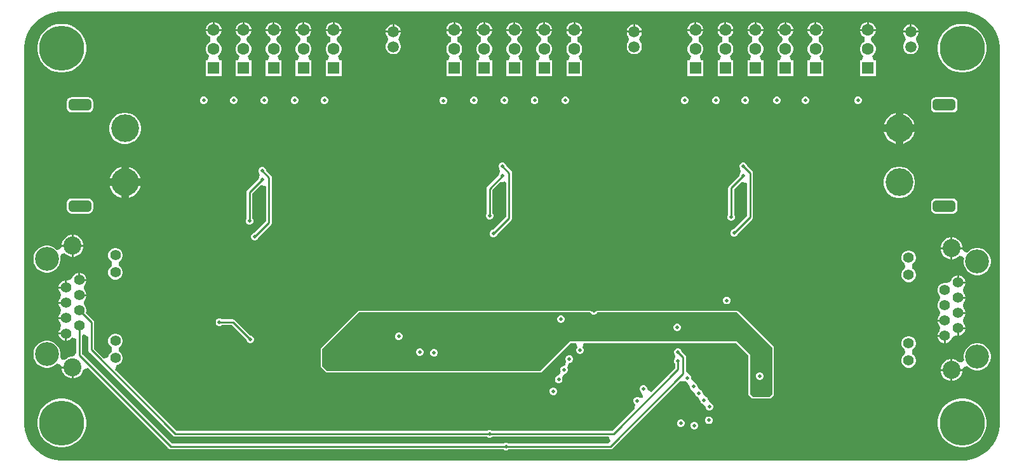
<source format=gbr>
G04*
G04 #@! TF.GenerationSoftware,Altium Limited,Altium Designer,25.1.2 (22)*
G04*
G04 Layer_Physical_Order=3*
G04 Layer_Color=16440176*
%FSLAX44Y44*%
%MOMM*%
G71*
G04*
G04 #@! TF.SameCoordinates,24EE1BED-7E77-41C4-A39D-8EFC6A2CB599*
G04*
G04*
G04 #@! TF.FilePolarity,Positive*
G04*
G01*
G75*
%ADD10C,0.2540*%
%ADD63C,1.6000*%
%ADD73R,1.6000X1.6000*%
%ADD74C,1.5000*%
%ADD75C,3.7000*%
G04:AMPARAMS|DCode=76|XSize=1.5mm|YSize=3mm|CornerRadius=0.375mm|HoleSize=0mm|Usage=FLASHONLY|Rotation=270.000|XOffset=0mm|YOffset=0mm|HoleType=Round|Shape=RoundedRectangle|*
%AMROUNDEDRECTD76*
21,1,1.5000,2.2500,0,0,270.0*
21,1,0.7500,3.0000,0,0,270.0*
1,1,0.7500,-1.1250,-0.3750*
1,1,0.7500,-1.1250,0.3750*
1,1,0.7500,1.1250,0.3750*
1,1,0.7500,1.1250,-0.3750*
%
%ADD76ROUNDEDRECTD76*%
%ADD77C,6.0000*%
%ADD78C,1.4080*%
%ADD80C,2.4000*%
%ADD81C,3.2000*%
%ADD82C,0.5000*%
G36*
X151005Y700000D02*
X157001Y700000D01*
X1349000D01*
X1349000Y700000D01*
Y700000D01*
X1354864Y699671D01*
X1358971Y699130D01*
X1365429Y697399D01*
X1371606Y694841D01*
X1377396Y691498D01*
X1382700Y687428D01*
X1387428Y682700D01*
X1391498Y677396D01*
X1394841Y671606D01*
X1397399Y665429D01*
X1399130Y658971D01*
X1400002Y652343D01*
Y649000D01*
X1400002D01*
X1400000Y150500D01*
X1399967Y147178D01*
X1399041Y140599D01*
X1397269Y134196D01*
X1394682Y128077D01*
X1391322Y122345D01*
X1387247Y117097D01*
X1382527Y112422D01*
X1377239Y108399D01*
X1371474Y105096D01*
X1365330Y102568D01*
X1358910Y100859D01*
X1354862Y100330D01*
X1349000Y99998D01*
X1349000Y99998D01*
X151000Y99998D01*
X147657D01*
X141028Y100870D01*
X134571Y102601D01*
X128394Y105159D01*
X122604Y108502D01*
X117300Y112572D01*
X112572Y117300D01*
X108502Y122604D01*
X105159Y128394D01*
X102601Y134571D01*
X100870Y141028D01*
X99998Y147657D01*
Y151000D01*
X99998D01*
Y648997D01*
X100000Y649000D01*
Y652343D01*
X100873Y658971D01*
X102603Y665429D01*
X105162Y671606D01*
X108504Y677396D01*
X112575Y682700D01*
X117302Y687428D01*
X122606Y691498D01*
X128396Y694841D01*
X134573Y697399D01*
X141031Y699130D01*
X145140Y699671D01*
X151002Y700002D01*
X151005Y700000D01*
D02*
G37*
%LPC*%
G36*
X1115768Y685530D02*
X1115650D01*
Y676260D01*
X1124920D01*
Y676378D01*
X1124202Y679058D01*
X1122814Y681462D01*
X1120852Y683424D01*
X1118448Y684812D01*
X1115768Y685530D01*
D02*
G37*
G36*
X794268D02*
X794150D01*
Y676260D01*
X803420D01*
Y676378D01*
X802702Y679058D01*
X801314Y681462D01*
X799352Y683424D01*
X796948Y684812D01*
X794268Y685530D01*
D02*
G37*
G36*
X1113110D02*
X1112992D01*
X1110312Y684812D01*
X1107908Y683424D01*
X1105946Y681462D01*
X1104558Y679058D01*
X1103840Y676378D01*
Y676260D01*
X1113110D01*
Y685530D01*
D02*
G37*
G36*
X791610D02*
X791492D01*
X788812Y684812D01*
X786408Y683424D01*
X784446Y681462D01*
X783058Y679058D01*
X782340Y676378D01*
Y676260D01*
X791610D01*
Y685530D01*
D02*
G37*
G36*
X1225538D02*
X1225420D01*
Y676260D01*
X1234690D01*
Y676378D01*
X1233972Y679058D01*
X1232584Y681462D01*
X1230622Y683424D01*
X1228218Y684812D01*
X1225538Y685530D01*
D02*
G37*
G36*
X995768D02*
X995650D01*
Y676260D01*
X1004920D01*
Y676378D01*
X1004202Y679058D01*
X1002814Y681462D01*
X1000852Y683424D01*
X998448Y684812D01*
X995768Y685530D01*
D02*
G37*
G36*
X674268D02*
X674150D01*
Y676260D01*
X683420D01*
Y676378D01*
X682702Y679058D01*
X681314Y681462D01*
X679352Y683424D01*
X676948Y684812D01*
X674268Y685530D01*
D02*
G37*
G36*
X433488D02*
X433370D01*
Y676260D01*
X442640D01*
Y676378D01*
X441922Y679058D01*
X440534Y681462D01*
X438572Y683424D01*
X436168Y684812D01*
X433488Y685530D01*
D02*
G37*
G36*
X1222880D02*
X1222762D01*
X1220082Y684812D01*
X1217678Y683424D01*
X1215716Y681462D01*
X1214328Y679058D01*
X1213610Y676378D01*
Y676260D01*
X1222880D01*
Y685530D01*
D02*
G37*
G36*
X993110D02*
X992992D01*
X990312Y684812D01*
X987908Y683424D01*
X985946Y681462D01*
X984558Y679058D01*
X983840Y676378D01*
Y676260D01*
X993110D01*
Y685530D01*
D02*
G37*
G36*
X671610D02*
X671492D01*
X668812Y684812D01*
X666408Y683424D01*
X664446Y681462D01*
X663058Y679058D01*
X662340Y676378D01*
Y676260D01*
X671610D01*
Y685530D01*
D02*
G37*
G36*
X430830D02*
X430712D01*
X428032Y684812D01*
X425628Y683424D01*
X423666Y681462D01*
X422278Y679058D01*
X421560Y676378D01*
Y676260D01*
X430830D01*
Y685530D01*
D02*
G37*
G36*
X1035768D02*
X1035650D01*
Y676260D01*
X1044920D01*
Y676378D01*
X1044202Y679058D01*
X1042814Y681462D01*
X1040852Y683424D01*
X1038448Y684812D01*
X1035768Y685530D01*
D02*
G37*
G36*
X714268D02*
X714150D01*
Y676260D01*
X723420D01*
Y676378D01*
X722702Y679058D01*
X721314Y681462D01*
X719352Y683424D01*
X716948Y684812D01*
X714268Y685530D01*
D02*
G37*
G36*
X513488D02*
X513370D01*
Y676260D01*
X522640D01*
Y676378D01*
X521922Y679058D01*
X520534Y681462D01*
X518572Y683424D01*
X516168Y684812D01*
X513488Y685530D01*
D02*
G37*
G36*
X473488D02*
X473370D01*
Y676260D01*
X482640D01*
Y676378D01*
X481922Y679058D01*
X480534Y681462D01*
X478572Y683424D01*
X476168Y684812D01*
X473488Y685530D01*
D02*
G37*
G36*
X393488D02*
X393370D01*
Y676260D01*
X402640D01*
Y676378D01*
X401922Y679058D01*
X400534Y681462D01*
X398572Y683424D01*
X396168Y684812D01*
X393488Y685530D01*
D02*
G37*
G36*
X1033110D02*
X1032992D01*
X1030312Y684812D01*
X1027908Y683424D01*
X1025946Y681462D01*
X1024558Y679058D01*
X1023840Y676378D01*
Y676260D01*
X1033110D01*
Y685530D01*
D02*
G37*
G36*
X711610D02*
X711492D01*
X708812Y684812D01*
X706408Y683424D01*
X704446Y681462D01*
X703058Y679058D01*
X702340Y676378D01*
Y676260D01*
X711610D01*
Y685530D01*
D02*
G37*
G36*
X510830D02*
X510712D01*
X508032Y684812D01*
X505628Y683424D01*
X503666Y681462D01*
X502278Y679058D01*
X501560Y676378D01*
Y676260D01*
X510830D01*
Y685530D01*
D02*
G37*
G36*
X470830D02*
X470712D01*
X468032Y684812D01*
X465628Y683424D01*
X463666Y681462D01*
X462278Y679058D01*
X461560Y676378D01*
Y676260D01*
X470830D01*
Y685530D01*
D02*
G37*
G36*
X390830D02*
X390712D01*
X388032Y684812D01*
X385628Y683424D01*
X383666Y681462D01*
X382278Y679058D01*
X381560Y676378D01*
Y676260D01*
X390830D01*
Y685530D01*
D02*
G37*
G36*
X1075768D02*
X1075650D01*
Y676260D01*
X1084920D01*
Y676378D01*
X1084202Y679058D01*
X1082814Y681462D01*
X1080852Y683424D01*
X1078448Y684812D01*
X1075768Y685530D01*
D02*
G37*
G36*
X754268D02*
X754150D01*
Y676260D01*
X763420D01*
Y676378D01*
X762702Y679058D01*
X761314Y681462D01*
X759352Y683424D01*
X756948Y684812D01*
X754268Y685530D01*
D02*
G37*
G36*
X353488D02*
X353370D01*
Y676260D01*
X362640D01*
Y676378D01*
X361922Y679058D01*
X360534Y681462D01*
X358572Y683424D01*
X356168Y684812D01*
X353488Y685530D01*
D02*
G37*
G36*
X1073110D02*
X1072992D01*
X1070312Y684812D01*
X1067908Y683424D01*
X1065946Y681462D01*
X1064558Y679058D01*
X1063840Y676378D01*
Y676260D01*
X1073110D01*
Y685530D01*
D02*
G37*
G36*
X751610D02*
X751492D01*
X748812Y684812D01*
X746408Y683424D01*
X744446Y681462D01*
X743058Y679058D01*
X742340Y676378D01*
Y676260D01*
X751610D01*
Y685530D01*
D02*
G37*
G36*
X350830D02*
X350712D01*
X348032Y684812D01*
X345628Y683424D01*
X343666Y681462D01*
X342278Y679058D01*
X341560Y676378D01*
Y676260D01*
X350830D01*
Y685530D01*
D02*
G37*
G36*
X1155768D02*
X1155650D01*
Y676260D01*
X1164920D01*
Y676378D01*
X1164202Y679058D01*
X1162814Y681462D01*
X1160852Y683424D01*
X1158448Y684812D01*
X1155768Y685530D01*
D02*
G37*
G36*
X834268D02*
X834150D01*
Y676260D01*
X843420D01*
Y676378D01*
X842702Y679058D01*
X841314Y681462D01*
X839352Y683424D01*
X836948Y684812D01*
X834268Y685530D01*
D02*
G37*
G36*
X1153110D02*
X1152992D01*
X1150312Y684812D01*
X1147908Y683424D01*
X1145946Y681462D01*
X1144558Y679058D01*
X1143840Y676378D01*
Y676260D01*
X1153110D01*
Y685530D01*
D02*
G37*
G36*
X831610D02*
X831492D01*
X828812Y684812D01*
X826408Y683424D01*
X824446Y681462D01*
X823058Y679058D01*
X822340Y676378D01*
Y676260D01*
X831610D01*
Y685530D01*
D02*
G37*
G36*
X1282632Y682620D02*
X1282580D01*
Y673850D01*
X1291350D01*
Y673902D01*
X1290666Y676455D01*
X1289344Y678745D01*
X1287475Y680614D01*
X1285185Y681936D01*
X1282632Y682620D01*
D02*
G37*
G36*
X1280040D02*
X1279988D01*
X1277435Y681936D01*
X1275145Y680614D01*
X1273276Y678745D01*
X1271954Y676455D01*
X1271270Y673902D01*
Y673850D01*
X1280040D01*
Y682620D01*
D02*
G37*
G36*
X914182D02*
X914130D01*
Y673850D01*
X922900D01*
Y673902D01*
X922216Y676455D01*
X920894Y678745D01*
X919025Y680614D01*
X916735Y681936D01*
X914182Y682620D01*
D02*
G37*
G36*
X593022D02*
X592970D01*
Y673850D01*
X601740D01*
Y673902D01*
X601056Y676455D01*
X599734Y678745D01*
X597865Y680614D01*
X595575Y681936D01*
X593022Y682620D01*
D02*
G37*
G36*
X911590D02*
X911538D01*
X908985Y681936D01*
X906695Y680614D01*
X904826Y678745D01*
X903504Y676455D01*
X902820Y673902D01*
Y673850D01*
X911590D01*
Y682620D01*
D02*
G37*
G36*
X590430D02*
X590378D01*
X587825Y681936D01*
X585535Y680614D01*
X583666Y678745D01*
X582344Y676455D01*
X581660Y673902D01*
Y673850D01*
X590430D01*
Y682620D01*
D02*
G37*
G36*
X1291350Y671310D02*
X1281310D01*
X1271270D01*
Y671258D01*
X1271954Y668705D01*
X1273276Y666415D01*
X1274512Y662580D01*
X1273276Y658745D01*
X1271954Y656455D01*
X1271270Y653902D01*
Y651258D01*
X1271954Y648705D01*
X1273276Y646415D01*
X1275145Y644546D01*
X1277435Y643224D01*
X1279988Y642540D01*
X1282632D01*
X1285185Y643224D01*
X1287475Y644546D01*
X1289344Y646415D01*
X1290666Y648705D01*
X1291350Y651258D01*
Y653902D01*
X1290666Y656455D01*
X1289344Y658745D01*
X1288108Y662580D01*
X1289344Y666415D01*
X1290666Y668705D01*
X1291350Y671258D01*
Y671310D01*
D02*
G37*
G36*
X922900Y671310D02*
X912860D01*
X902820D01*
Y671258D01*
X903504Y668705D01*
X904826Y666415D01*
X906062Y662580D01*
X904826Y658745D01*
X903504Y656455D01*
X902820Y653902D01*
Y651258D01*
X903504Y648705D01*
X904826Y646415D01*
X906695Y644546D01*
X908985Y643224D01*
X911538Y642540D01*
X914182D01*
X916735Y643224D01*
X919025Y644546D01*
X920894Y646415D01*
X922216Y648705D01*
X922900Y651258D01*
Y653902D01*
X922216Y656455D01*
X920894Y658745D01*
X919658Y662580D01*
X920894Y666415D01*
X922216Y668705D01*
X922900Y671258D01*
Y671310D01*
D02*
G37*
G36*
X601740D02*
X591700D01*
X581660D01*
Y671258D01*
X582344Y668705D01*
X583666Y666415D01*
X584902Y662580D01*
X583666Y658745D01*
X582344Y656455D01*
X581660Y653902D01*
Y651258D01*
X582344Y648705D01*
X583666Y646415D01*
X585535Y644546D01*
X587825Y643224D01*
X590378Y642540D01*
X593022D01*
X595575Y643224D01*
X597865Y644546D01*
X599734Y646415D01*
X601056Y648705D01*
X601740Y651258D01*
Y653902D01*
X601056Y656455D01*
X599734Y658745D01*
X598498Y662580D01*
X599734Y666415D01*
X601056Y668705D01*
X601740Y671258D01*
Y671310D01*
D02*
G37*
G36*
X1352361Y683140D02*
X1347239D01*
X1342180Y682339D01*
X1337309Y680756D01*
X1332745Y678431D01*
X1328602Y675420D01*
X1324980Y671798D01*
X1321969Y667655D01*
X1319644Y663091D01*
X1318061Y658220D01*
X1317260Y653161D01*
Y648039D01*
X1318061Y642980D01*
X1319644Y638109D01*
X1321969Y633545D01*
X1324980Y629402D01*
X1328602Y625780D01*
X1332745Y622769D01*
X1337309Y620444D01*
X1342180Y618861D01*
X1347239Y618060D01*
X1352361D01*
X1357420Y618861D01*
X1362291Y620444D01*
X1366855Y622769D01*
X1370998Y625780D01*
X1374620Y629402D01*
X1377631Y633545D01*
X1379956Y638109D01*
X1381539Y642980D01*
X1382340Y648039D01*
Y653161D01*
X1381539Y658220D01*
X1379956Y663091D01*
X1377631Y667655D01*
X1374620Y671798D01*
X1370998Y675420D01*
X1366855Y678431D01*
X1362291Y680756D01*
X1357420Y682339D01*
X1352361Y683140D01*
D02*
G37*
G36*
X152361D02*
X147239D01*
X142180Y682339D01*
X137309Y680756D01*
X132745Y678431D01*
X128602Y675420D01*
X124980Y671798D01*
X121969Y667655D01*
X119644Y663091D01*
X118061Y658220D01*
X117260Y653161D01*
Y648039D01*
X118061Y642980D01*
X119644Y638109D01*
X121969Y633545D01*
X124980Y629402D01*
X128602Y625780D01*
X132745Y622769D01*
X137309Y620444D01*
X142180Y618861D01*
X147239Y618060D01*
X152361D01*
X157420Y618861D01*
X162291Y620444D01*
X166855Y622769D01*
X170998Y625780D01*
X174620Y629402D01*
X177631Y633545D01*
X179956Y638109D01*
X181539Y642980D01*
X182340Y648039D01*
Y653161D01*
X181539Y658220D01*
X179956Y663091D01*
X177631Y667655D01*
X174620Y671798D01*
X170998Y675420D01*
X166855Y678431D01*
X162291Y680756D01*
X157420Y682339D01*
X152361Y683140D01*
D02*
G37*
G36*
X1234690Y673720D02*
X1224150D01*
X1213610D01*
Y673602D01*
X1214328Y670922D01*
X1215716Y668518D01*
X1217678Y666556D01*
X1219543Y665479D01*
X1220053Y662290D01*
X1219543Y659101D01*
X1217678Y658024D01*
X1215716Y656062D01*
X1214328Y653658D01*
X1213610Y650978D01*
Y648202D01*
X1214328Y645522D01*
X1215716Y643118D01*
X1217678Y641156D01*
X1218416Y640730D01*
X1216808Y634730D01*
X1213610D01*
Y613650D01*
X1234690D01*
Y634730D01*
X1231492D01*
X1229884Y640730D01*
X1230622Y641156D01*
X1232584Y643118D01*
X1233972Y645522D01*
X1234690Y648202D01*
Y650978D01*
X1233972Y653658D01*
X1232584Y656062D01*
X1230622Y658024D01*
X1228757Y659101D01*
X1228247Y662290D01*
X1228757Y665479D01*
X1230622Y666556D01*
X1232584Y668518D01*
X1233972Y670922D01*
X1234690Y673602D01*
Y673720D01*
D02*
G37*
G36*
X1164920Y673720D02*
X1154380D01*
X1143840D01*
Y673602D01*
X1144558Y670922D01*
X1145946Y668518D01*
X1147908Y666556D01*
X1149773Y665479D01*
X1150283Y662290D01*
X1149773Y659101D01*
X1147908Y658024D01*
X1145946Y656062D01*
X1144558Y653658D01*
X1143840Y650978D01*
Y648202D01*
X1144558Y645522D01*
X1145946Y643118D01*
X1147908Y641156D01*
X1148646Y640730D01*
X1147038Y634730D01*
X1143840D01*
Y613650D01*
X1164920D01*
Y634730D01*
X1161722D01*
X1160114Y640730D01*
X1160852Y641156D01*
X1162814Y643118D01*
X1164202Y645522D01*
X1164920Y648202D01*
Y650978D01*
X1164202Y653658D01*
X1162814Y656062D01*
X1160852Y658024D01*
X1158987Y659101D01*
X1158477Y662290D01*
X1158987Y665479D01*
X1160852Y666556D01*
X1162814Y668518D01*
X1164202Y670922D01*
X1164920Y673602D01*
Y673720D01*
D02*
G37*
G36*
X1124920Y673720D02*
X1114380D01*
X1103840D01*
Y673602D01*
X1104558Y670922D01*
X1105946Y668518D01*
X1107908Y666556D01*
X1109773Y665479D01*
X1110283Y662290D01*
X1109773Y659101D01*
X1107908Y658024D01*
X1105946Y656062D01*
X1104558Y653658D01*
X1103840Y650978D01*
Y648202D01*
X1104558Y645522D01*
X1105946Y643118D01*
X1107908Y641156D01*
X1108646Y640730D01*
X1107038Y634730D01*
X1103840D01*
Y613650D01*
X1124920D01*
Y634730D01*
X1121722D01*
X1120114Y640730D01*
X1120852Y641156D01*
X1122814Y643118D01*
X1124202Y645522D01*
X1124920Y648202D01*
Y650978D01*
X1124202Y653658D01*
X1122814Y656062D01*
X1120852Y658024D01*
X1118987Y659101D01*
X1118477Y662290D01*
X1118987Y665479D01*
X1120852Y666556D01*
X1122814Y668518D01*
X1124202Y670922D01*
X1124920Y673602D01*
Y673720D01*
D02*
G37*
G36*
X1084920Y673720D02*
X1074380D01*
X1063840D01*
Y673602D01*
X1064558Y670922D01*
X1065946Y668518D01*
X1067908Y666556D01*
X1069773Y665479D01*
X1070283Y662290D01*
X1069773Y659101D01*
X1067908Y658024D01*
X1065946Y656062D01*
X1064558Y653658D01*
X1063840Y650978D01*
Y648202D01*
X1064558Y645522D01*
X1065946Y643118D01*
X1067908Y641156D01*
X1068646Y640730D01*
X1067038Y634730D01*
X1063840D01*
Y613650D01*
X1084920D01*
Y634730D01*
X1081722D01*
X1080114Y640730D01*
X1080852Y641156D01*
X1082814Y643118D01*
X1084202Y645522D01*
X1084920Y648202D01*
Y650978D01*
X1084202Y653658D01*
X1082814Y656062D01*
X1080852Y658024D01*
X1078987Y659101D01*
X1078477Y662290D01*
X1078987Y665479D01*
X1080852Y666556D01*
X1082814Y668518D01*
X1084202Y670922D01*
X1084920Y673602D01*
Y673720D01*
D02*
G37*
G36*
X1044920Y673720D02*
X1034380D01*
X1023840D01*
Y673602D01*
X1024558Y670922D01*
X1025946Y668518D01*
X1027908Y666556D01*
X1029773Y665479D01*
X1030283Y662290D01*
X1029773Y659101D01*
X1027908Y658024D01*
X1025946Y656062D01*
X1024558Y653658D01*
X1023840Y650978D01*
Y648202D01*
X1024558Y645522D01*
X1025946Y643118D01*
X1027908Y641156D01*
X1028646Y640730D01*
X1027038Y634730D01*
X1023840D01*
Y613650D01*
X1044920D01*
Y634730D01*
X1041722D01*
X1040114Y640730D01*
X1040852Y641156D01*
X1042814Y643118D01*
X1044202Y645522D01*
X1044920Y648202D01*
Y650978D01*
X1044202Y653658D01*
X1042814Y656062D01*
X1040852Y658024D01*
X1038987Y659101D01*
X1038477Y662290D01*
X1038987Y665479D01*
X1040852Y666556D01*
X1042814Y668518D01*
X1044202Y670922D01*
X1044920Y673602D01*
Y673720D01*
D02*
G37*
G36*
X1004920Y673720D02*
X994380D01*
X983840D01*
Y673602D01*
X984558Y670922D01*
X985946Y668518D01*
X987908Y666556D01*
X989773Y665479D01*
X990283Y662290D01*
X989773Y659101D01*
X987908Y658024D01*
X985946Y656062D01*
X984558Y653658D01*
X983840Y650978D01*
Y648202D01*
X984558Y645522D01*
X985946Y643118D01*
X987908Y641156D01*
X988646Y640730D01*
X987038Y634730D01*
X983840D01*
Y613650D01*
X1004920D01*
Y634730D01*
X1001722D01*
X1000114Y640730D01*
X1000852Y641156D01*
X1002814Y643118D01*
X1004202Y645522D01*
X1004920Y648202D01*
Y650978D01*
X1004202Y653658D01*
X1002814Y656062D01*
X1000852Y658024D01*
X998987Y659101D01*
X998477Y662290D01*
X998987Y665479D01*
X1000852Y666556D01*
X1002814Y668518D01*
X1004202Y670922D01*
X1004920Y673602D01*
Y673720D01*
D02*
G37*
G36*
X843420Y673720D02*
X832880D01*
X822340D01*
Y673602D01*
X823058Y670922D01*
X824446Y668518D01*
X826408Y666556D01*
X828273Y665479D01*
X828783Y662290D01*
X828273Y659101D01*
X826408Y658024D01*
X824446Y656062D01*
X823058Y653658D01*
X822340Y650978D01*
Y648202D01*
X823058Y645522D01*
X824446Y643118D01*
X826408Y641156D01*
X827146Y640730D01*
X825538Y634730D01*
X822340D01*
Y613650D01*
X843420D01*
Y634730D01*
X840222D01*
X838614Y640730D01*
X839352Y641156D01*
X841314Y643118D01*
X842702Y645522D01*
X843420Y648202D01*
Y650978D01*
X842702Y653658D01*
X841314Y656062D01*
X839352Y658024D01*
X837487Y659101D01*
X836977Y662290D01*
X837487Y665479D01*
X839352Y666556D01*
X841314Y668518D01*
X842702Y670922D01*
X843420Y673602D01*
Y673720D01*
D02*
G37*
G36*
X803420Y673720D02*
X792880D01*
X782340D01*
Y673602D01*
X783058Y670922D01*
X784446Y668518D01*
X786408Y666556D01*
X788273Y665479D01*
X788783Y662290D01*
X788273Y659101D01*
X786408Y658024D01*
X784446Y656062D01*
X783058Y653658D01*
X782340Y650978D01*
Y648202D01*
X783058Y645522D01*
X784446Y643118D01*
X786408Y641156D01*
X787146Y640730D01*
X785538Y634730D01*
X782340D01*
Y613650D01*
X803420D01*
Y634730D01*
X800222D01*
X798614Y640730D01*
X799352Y641156D01*
X801314Y643118D01*
X802702Y645522D01*
X803420Y648202D01*
Y650978D01*
X802702Y653658D01*
X801314Y656062D01*
X799352Y658024D01*
X797487Y659101D01*
X796977Y662290D01*
X797487Y665479D01*
X799352Y666556D01*
X801314Y668518D01*
X802702Y670922D01*
X803420Y673602D01*
Y673720D01*
D02*
G37*
G36*
X763420Y673720D02*
X752880D01*
X742340D01*
Y673602D01*
X743058Y670922D01*
X744446Y668518D01*
X746408Y666556D01*
X748273Y665479D01*
X748783Y662290D01*
X748273Y659101D01*
X746408Y658024D01*
X744446Y656062D01*
X743058Y653658D01*
X742340Y650978D01*
Y648202D01*
X743058Y645522D01*
X744446Y643118D01*
X746408Y641156D01*
X747146Y640730D01*
X745538Y634730D01*
X742340D01*
Y613650D01*
X763420D01*
Y634730D01*
X760222D01*
X758614Y640730D01*
X759352Y641156D01*
X761314Y643118D01*
X762702Y645522D01*
X763420Y648202D01*
Y650978D01*
X762702Y653658D01*
X761314Y656062D01*
X759352Y658024D01*
X757487Y659101D01*
X756977Y662290D01*
X757487Y665479D01*
X759352Y666556D01*
X761314Y668518D01*
X762702Y670922D01*
X763420Y673602D01*
Y673720D01*
D02*
G37*
G36*
X723420Y673720D02*
X712880D01*
X702340D01*
Y673602D01*
X703058Y670922D01*
X704446Y668518D01*
X706408Y666556D01*
X708273Y665479D01*
X708783Y662290D01*
X708273Y659101D01*
X706408Y658024D01*
X704446Y656062D01*
X703058Y653658D01*
X702340Y650978D01*
Y648202D01*
X703058Y645522D01*
X704446Y643118D01*
X706408Y641156D01*
X707146Y640730D01*
X705538Y634730D01*
X702340D01*
Y613650D01*
X723420D01*
Y634730D01*
X720222D01*
X718614Y640730D01*
X719352Y641156D01*
X721314Y643118D01*
X722702Y645522D01*
X723420Y648202D01*
Y650978D01*
X722702Y653658D01*
X721314Y656062D01*
X719352Y658024D01*
X717487Y659101D01*
X716977Y662290D01*
X717487Y665479D01*
X719352Y666556D01*
X721314Y668518D01*
X722702Y670922D01*
X723420Y673602D01*
Y673720D01*
D02*
G37*
G36*
X683420Y673720D02*
X672880D01*
X662340D01*
Y673602D01*
X663058Y670922D01*
X664446Y668518D01*
X666408Y666556D01*
X668273Y665479D01*
X668783Y662290D01*
X668273Y659101D01*
X666408Y658024D01*
X664446Y656062D01*
X663058Y653658D01*
X662340Y650978D01*
Y648202D01*
X663058Y645522D01*
X664446Y643118D01*
X666408Y641156D01*
X667146Y640730D01*
X665538Y634730D01*
X662340D01*
Y613650D01*
X683420D01*
Y634730D01*
X680222D01*
X678614Y640730D01*
X679352Y641156D01*
X681314Y643118D01*
X682702Y645522D01*
X683420Y648202D01*
Y650978D01*
X682702Y653658D01*
X681314Y656062D01*
X679352Y658024D01*
X677487Y659101D01*
X676977Y662290D01*
X677487Y665479D01*
X679352Y666556D01*
X681314Y668518D01*
X682702Y670922D01*
X683420Y673602D01*
Y673720D01*
D02*
G37*
G36*
X522640Y673720D02*
X512100D01*
X501560D01*
Y673602D01*
X502278Y670922D01*
X503666Y668518D01*
X505628Y666556D01*
X507493Y665479D01*
X508003Y662290D01*
X507493Y659101D01*
X505628Y658024D01*
X503666Y656062D01*
X502278Y653658D01*
X501560Y650978D01*
Y648202D01*
X502278Y645522D01*
X503666Y643118D01*
X505628Y641156D01*
X506366Y640730D01*
X504758Y634730D01*
X501560D01*
Y613650D01*
X522640D01*
Y634730D01*
X519442D01*
X517834Y640730D01*
X518572Y641156D01*
X520534Y643118D01*
X521922Y645522D01*
X522640Y648202D01*
Y650978D01*
X521922Y653658D01*
X520534Y656062D01*
X518572Y658024D01*
X516707Y659101D01*
X516197Y662290D01*
X516707Y665479D01*
X518572Y666556D01*
X520534Y668518D01*
X521922Y670922D01*
X522640Y673602D01*
Y673720D01*
D02*
G37*
G36*
X482640D02*
X472100D01*
X461560D01*
Y673602D01*
X462278Y670922D01*
X463666Y668518D01*
X465628Y666556D01*
X467493Y665479D01*
X468003Y662290D01*
X467493Y659101D01*
X465628Y658024D01*
X463666Y656062D01*
X462278Y653658D01*
X461560Y650978D01*
Y648202D01*
X462278Y645522D01*
X463666Y643118D01*
X465628Y641156D01*
X466366Y640730D01*
X464758Y634730D01*
X461560D01*
Y613650D01*
X482640D01*
Y634730D01*
X479442D01*
X477834Y640730D01*
X478572Y641156D01*
X480534Y643118D01*
X481922Y645522D01*
X482640Y648202D01*
Y650978D01*
X481922Y653658D01*
X480534Y656062D01*
X478572Y658024D01*
X476707Y659101D01*
X476197Y662290D01*
X476707Y665479D01*
X478572Y666556D01*
X480534Y668518D01*
X481922Y670922D01*
X482640Y673602D01*
Y673720D01*
D02*
G37*
G36*
X442640Y673720D02*
X432100D01*
X421560D01*
Y673602D01*
X422278Y670922D01*
X423666Y668518D01*
X425628Y666556D01*
X427493Y665479D01*
X428003Y662290D01*
X427493Y659101D01*
X425628Y658024D01*
X423666Y656062D01*
X422278Y653658D01*
X421560Y650978D01*
Y648202D01*
X422278Y645522D01*
X423666Y643118D01*
X425628Y641156D01*
X426366Y640730D01*
X424758Y634730D01*
X421560D01*
Y613650D01*
X442640D01*
Y634730D01*
X439442D01*
X437834Y640730D01*
X438572Y641156D01*
X440534Y643118D01*
X441922Y645522D01*
X442640Y648202D01*
Y650978D01*
X441922Y653658D01*
X440534Y656062D01*
X438572Y658024D01*
X436707Y659101D01*
X436197Y662290D01*
X436707Y665479D01*
X438572Y666556D01*
X440534Y668518D01*
X441922Y670922D01*
X442640Y673602D01*
Y673720D01*
D02*
G37*
G36*
X402640Y673720D02*
X392100D01*
X381560D01*
Y673602D01*
X382278Y670922D01*
X383666Y668518D01*
X385628Y666556D01*
X387493Y665479D01*
X388003Y662290D01*
X387493Y659101D01*
X385628Y658024D01*
X383666Y656062D01*
X382278Y653658D01*
X381560Y650978D01*
Y648202D01*
X382278Y645522D01*
X383666Y643118D01*
X385628Y641156D01*
X386366Y640730D01*
X384758Y634730D01*
X381560D01*
Y613650D01*
X402640D01*
Y634730D01*
X399442D01*
X397834Y640730D01*
X398572Y641156D01*
X400534Y643118D01*
X401922Y645522D01*
X402640Y648202D01*
Y650978D01*
X401922Y653658D01*
X400534Y656062D01*
X398572Y658024D01*
X396707Y659101D01*
X396197Y662290D01*
X396707Y665479D01*
X398572Y666556D01*
X400534Y668518D01*
X401922Y670922D01*
X402640Y673602D01*
Y673720D01*
D02*
G37*
G36*
X362640Y673720D02*
X352100D01*
X341560D01*
Y673602D01*
X342278Y670922D01*
X343666Y668518D01*
X345628Y666556D01*
X347493Y665479D01*
X348003Y662290D01*
X347493Y659101D01*
X345628Y658024D01*
X343666Y656062D01*
X342278Y653658D01*
X341560Y650978D01*
Y648202D01*
X342278Y645522D01*
X343666Y643118D01*
X345628Y641156D01*
X346366Y640730D01*
X344758Y634730D01*
X341560D01*
Y613650D01*
X362640D01*
Y634730D01*
X359442D01*
X357834Y640730D01*
X358572Y641156D01*
X360534Y643118D01*
X361922Y645522D01*
X362640Y648202D01*
Y650978D01*
X361922Y653658D01*
X360534Y656062D01*
X358572Y658024D01*
X356707Y659101D01*
X356197Y662290D01*
X356707Y665479D01*
X358572Y666556D01*
X360534Y668518D01*
X361922Y670922D01*
X362640Y673602D01*
Y673720D01*
D02*
G37*
G36*
X1212002Y586040D02*
X1209997D01*
X1208145Y585273D01*
X1206727Y583855D01*
X1205960Y582002D01*
Y579997D01*
X1206727Y578145D01*
X1208145Y576727D01*
X1209997Y575960D01*
X1212002D01*
X1213855Y576727D01*
X1215273Y578145D01*
X1216040Y579997D01*
Y582002D01*
X1215273Y583855D01*
X1213855Y585273D01*
X1212002Y586040D01*
D02*
G37*
G36*
X501003D02*
X498997D01*
X497145Y585273D01*
X495727Y583855D01*
X494960Y582002D01*
Y579997D01*
X495727Y578145D01*
X497145Y576727D01*
X498997Y575960D01*
X501003D01*
X502855Y576727D01*
X504273Y578145D01*
X505040Y579997D01*
Y582002D01*
X504273Y583855D01*
X502855Y585273D01*
X501003Y586040D01*
D02*
G37*
G36*
X461003D02*
X458997D01*
X457145Y585273D01*
X455727Y583855D01*
X454960Y582002D01*
Y579997D01*
X455727Y578145D01*
X457145Y576727D01*
X458997Y575960D01*
X461003D01*
X462855Y576727D01*
X464273Y578145D01*
X465040Y579997D01*
Y582002D01*
X464273Y583855D01*
X462855Y585273D01*
X461003Y586040D01*
D02*
G37*
G36*
X421003D02*
X418997D01*
X417145Y585273D01*
X415727Y583855D01*
X414960Y582002D01*
Y579997D01*
X415727Y578145D01*
X417145Y576727D01*
X418997Y575960D01*
X421003D01*
X422855Y576727D01*
X424273Y578145D01*
X425040Y579997D01*
Y582002D01*
X424273Y583855D01*
X422855Y585273D01*
X421003Y586040D01*
D02*
G37*
G36*
X380003D02*
X377998D01*
X376145Y585273D01*
X374727Y583855D01*
X373960Y582002D01*
Y579997D01*
X374727Y578145D01*
X376145Y576727D01*
X377998Y575960D01*
X380003D01*
X381855Y576727D01*
X383273Y578145D01*
X384040Y579997D01*
Y582002D01*
X383273Y583855D01*
X381855Y585273D01*
X380003Y586040D01*
D02*
G37*
G36*
X340003D02*
X337998D01*
X336145Y585273D01*
X334727Y583855D01*
X333960Y582002D01*
Y579997D01*
X334727Y578145D01*
X336145Y576727D01*
X337998Y575960D01*
X340003D01*
X341855Y576727D01*
X343273Y578145D01*
X344040Y579997D01*
Y582002D01*
X343273Y583855D01*
X341855Y585273D01*
X340003Y586040D01*
D02*
G37*
G36*
X1142000Y586000D02*
X1139995D01*
X1138143Y585233D01*
X1136725Y583815D01*
X1135957Y581963D01*
Y579958D01*
X1136725Y578105D01*
X1138143Y576687D01*
X1139995Y575920D01*
X1142000D01*
X1143852Y576687D01*
X1145270Y578105D01*
X1146038Y579958D01*
Y581963D01*
X1145270Y583815D01*
X1143852Y585233D01*
X1142000Y586000D01*
D02*
G37*
G36*
X1104005D02*
X1102000D01*
X1100148Y585233D01*
X1098730Y583815D01*
X1097962Y581963D01*
Y579958D01*
X1098730Y578105D01*
X1100148Y576687D01*
X1102000Y575920D01*
X1104005D01*
X1105857Y576687D01*
X1107275Y578105D01*
X1108043Y579958D01*
Y581963D01*
X1107275Y583815D01*
X1105857Y585233D01*
X1104005Y586000D01*
D02*
G37*
G36*
X1062000D02*
X1059995D01*
X1058143Y585233D01*
X1056725Y583815D01*
X1055957Y581963D01*
Y579958D01*
X1056725Y578105D01*
X1058143Y576687D01*
X1059995Y575920D01*
X1062000D01*
X1063852Y576687D01*
X1065270Y578105D01*
X1066038Y579958D01*
Y581963D01*
X1065270Y583815D01*
X1063852Y585233D01*
X1062000Y586000D01*
D02*
G37*
G36*
X1023005D02*
X1021000D01*
X1019147Y585233D01*
X1017730Y583815D01*
X1016963Y581963D01*
Y579958D01*
X1017730Y578105D01*
X1019147Y576687D01*
X1021000Y575920D01*
X1023005D01*
X1024857Y576687D01*
X1026275Y578105D01*
X1027042Y579958D01*
Y581963D01*
X1026275Y583815D01*
X1024857Y585233D01*
X1023005Y586000D01*
D02*
G37*
G36*
X981000D02*
X978995D01*
X977142Y585233D01*
X975725Y583815D01*
X974958Y581963D01*
Y579958D01*
X975725Y578105D01*
X977142Y576687D01*
X978995Y575920D01*
X981000D01*
X982852Y576687D01*
X984270Y578105D01*
X985038Y579958D01*
Y581963D01*
X984270Y583815D01*
X982852Y585233D01*
X981000Y586000D01*
D02*
G37*
G36*
X822000D02*
X819995D01*
X818143Y585233D01*
X816725Y583815D01*
X815957Y581963D01*
Y579958D01*
X816725Y578105D01*
X818143Y576687D01*
X819995Y575920D01*
X822000D01*
X823852Y576687D01*
X825270Y578105D01*
X826038Y579958D01*
Y581963D01*
X825270Y583815D01*
X823852Y585233D01*
X822000Y586000D01*
D02*
G37*
G36*
X781000D02*
X778995D01*
X777142Y585233D01*
X775725Y583815D01*
X774958Y581963D01*
Y579958D01*
X775725Y578105D01*
X777142Y576687D01*
X778995Y575920D01*
X781000D01*
X782852Y576687D01*
X784270Y578105D01*
X785038Y579958D01*
Y581963D01*
X784270Y583815D01*
X782852Y585233D01*
X781000Y586000D01*
D02*
G37*
G36*
X741000D02*
X738995D01*
X737142Y585233D01*
X735725Y583815D01*
X734958Y581963D01*
Y579958D01*
X735725Y578105D01*
X737142Y576687D01*
X738995Y575920D01*
X741000D01*
X742852Y576687D01*
X744270Y578105D01*
X745038Y579958D01*
Y581963D01*
X744270Y583815D01*
X742852Y585233D01*
X741000Y586000D01*
D02*
G37*
G36*
X700275Y585949D02*
X698270D01*
X696417Y585182D01*
X694999Y583764D01*
X694232Y581911D01*
Y579906D01*
X694999Y578054D01*
X696417Y576636D01*
X698270Y575869D01*
X700275D01*
X702127Y576636D01*
X703545Y578054D01*
X704312Y579906D01*
Y581911D01*
X703545Y583764D01*
X702127Y585182D01*
X700275Y585949D01*
D02*
G37*
G36*
X659172Y585721D02*
X657167D01*
X655315Y584953D01*
X653897Y583536D01*
X653130Y581683D01*
Y579678D01*
X653897Y577826D01*
X655315Y576408D01*
X657167Y575641D01*
X659172D01*
X661024Y576408D01*
X662442Y577826D01*
X663210Y579678D01*
Y581683D01*
X662442Y583536D01*
X661024Y584953D01*
X659172Y585721D01*
D02*
G37*
G36*
X1337250Y585163D02*
X1314750D01*
X1312296Y584675D01*
X1310215Y583285D01*
X1308825Y581204D01*
X1308337Y578750D01*
Y571250D01*
X1308825Y568796D01*
X1310215Y566715D01*
X1312296Y565325D01*
X1314750Y564837D01*
X1337250D01*
X1339704Y565325D01*
X1341785Y566715D01*
X1343175Y568796D01*
X1343663Y571250D01*
Y578750D01*
X1343175Y581204D01*
X1341785Y583285D01*
X1339704Y584675D01*
X1337250Y585163D01*
D02*
G37*
G36*
X185250Y585163D02*
X162750D01*
X160296Y584675D01*
X158215Y583285D01*
X156825Y581204D01*
X156337Y578750D01*
Y571250D01*
X156825Y568796D01*
X158215Y566715D01*
X160296Y565325D01*
X162750Y564837D01*
X185250D01*
X187704Y565325D01*
X189785Y566715D01*
X191175Y568796D01*
X191663Y571250D01*
Y578750D01*
X191175Y581204D01*
X189785Y583285D01*
X187704Y584675D01*
X185250Y585163D01*
D02*
G37*
G36*
X1271080Y563942D02*
Y548580D01*
X1286442D01*
X1286231Y549637D01*
X1284645Y553466D01*
X1282343Y556912D01*
X1279412Y559843D01*
X1275966Y562145D01*
X1272137Y563731D01*
X1271080Y563942D01*
D02*
G37*
G36*
X1260920Y563942D02*
X1259863Y563731D01*
X1256034Y562145D01*
X1252588Y559843D01*
X1249657Y556912D01*
X1247355Y553466D01*
X1245769Y549637D01*
X1245558Y548580D01*
X1260920D01*
Y563942D01*
D02*
G37*
G36*
X1286442Y538420D02*
X1271080D01*
Y523058D01*
X1272137Y523269D01*
X1275966Y524855D01*
X1279412Y527157D01*
X1282343Y530088D01*
X1284645Y533534D01*
X1286231Y537363D01*
X1286442Y538420D01*
D02*
G37*
G36*
X1260920D02*
X1245558D01*
X1245769Y537363D01*
X1247355Y533534D01*
X1249657Y530088D01*
X1252588Y527157D01*
X1256034Y524855D01*
X1259863Y523269D01*
X1260920Y523058D01*
Y538420D01*
D02*
G37*
G36*
X236072Y564540D02*
X231928D01*
X227863Y563731D01*
X224034Y562145D01*
X220588Y559843D01*
X217657Y556912D01*
X215355Y553466D01*
X213769Y549637D01*
X212960Y545572D01*
Y541428D01*
X213769Y537363D01*
X215355Y533534D01*
X217657Y530088D01*
X220588Y527157D01*
X224034Y524855D01*
X227863Y523269D01*
X231928Y522460D01*
X236072D01*
X240137Y523269D01*
X243966Y524855D01*
X247412Y527157D01*
X250343Y530088D01*
X252645Y533534D01*
X254231Y537363D01*
X255040Y541428D01*
Y545572D01*
X254231Y549637D01*
X252645Y553466D01*
X250343Y556912D01*
X247412Y559843D01*
X243966Y562145D01*
X240137Y563731D01*
X236072Y564540D01*
D02*
G37*
G36*
X239080Y491942D02*
Y476580D01*
X254442D01*
X254231Y477637D01*
X252645Y481466D01*
X250343Y484912D01*
X247412Y487843D01*
X243966Y490145D01*
X240137Y491731D01*
X239080Y491942D01*
D02*
G37*
G36*
X228920D02*
X227863Y491731D01*
X224034Y490145D01*
X220588Y487843D01*
X217657Y484912D01*
X215355Y481466D01*
X213769Y477637D01*
X213558Y476580D01*
X228920D01*
Y491942D01*
D02*
G37*
G36*
X254442Y466420D02*
X239080D01*
Y451058D01*
X240137Y451269D01*
X243966Y452855D01*
X247412Y455157D01*
X250343Y458088D01*
X252645Y461534D01*
X254231Y465363D01*
X254442Y466420D01*
D02*
G37*
G36*
X228920D02*
X213558D01*
X213769Y465363D01*
X215355Y461534D01*
X217657Y458088D01*
X220588Y455157D01*
X224034Y452855D01*
X227863Y451269D01*
X228920Y451058D01*
Y466420D01*
D02*
G37*
G36*
X1268072Y492540D02*
X1263928D01*
X1259863Y491731D01*
X1256034Y490145D01*
X1252588Y487843D01*
X1249657Y484912D01*
X1247355Y481466D01*
X1245769Y477637D01*
X1244960Y473572D01*
Y469428D01*
X1245769Y465363D01*
X1247355Y461534D01*
X1249657Y458088D01*
X1252588Y455157D01*
X1256034Y452855D01*
X1259863Y451269D01*
X1263928Y450460D01*
X1268072D01*
X1272137Y451269D01*
X1275966Y452855D01*
X1279412Y455157D01*
X1282343Y458088D01*
X1284645Y461534D01*
X1286231Y465363D01*
X1287040Y469428D01*
Y473572D01*
X1286231Y477637D01*
X1284645Y481466D01*
X1282343Y484912D01*
X1279412Y487843D01*
X1275966Y490145D01*
X1272137Y491731D01*
X1268072Y492540D01*
D02*
G37*
G36*
X1337250Y450163D02*
X1314750D01*
X1312296Y449675D01*
X1310215Y448285D01*
X1308825Y446204D01*
X1308337Y443750D01*
Y436250D01*
X1308825Y433796D01*
X1310215Y431715D01*
X1312296Y430325D01*
X1314750Y429837D01*
X1337250D01*
X1339704Y430325D01*
X1341785Y431715D01*
X1343175Y433796D01*
X1343663Y436250D01*
Y443750D01*
X1343175Y446204D01*
X1341785Y448285D01*
X1339704Y449675D01*
X1337250Y450163D01*
D02*
G37*
G36*
X185250Y450163D02*
X162750D01*
X160296Y449675D01*
X158215Y448285D01*
X156825Y446204D01*
X156337Y443750D01*
Y436250D01*
X156825Y433796D01*
X158215Y431715D01*
X160296Y430325D01*
X162750Y429837D01*
X185250D01*
X187704Y430325D01*
X189785Y431715D01*
X191175Y433796D01*
X191663Y436250D01*
Y443750D01*
X191175Y446204D01*
X189785Y448285D01*
X187704Y449675D01*
X185250Y450163D01*
D02*
G37*
G36*
X1059003Y498040D02*
X1056998D01*
X1055145Y497273D01*
X1053727Y495855D01*
X1052960Y494002D01*
Y491997D01*
X1053715Y490175D01*
X1053727Y490145D01*
X1054607Y486500D01*
X1053727Y482855D01*
X1053715Y482825D01*
X1052960Y481003D01*
Y480454D01*
X1039253Y466747D01*
X1038411Y465487D01*
X1038115Y464000D01*
Y428243D01*
X1037727Y427855D01*
X1036960Y426003D01*
Y423997D01*
X1037727Y422145D01*
X1039145Y420727D01*
X1040997Y419960D01*
X1043002D01*
X1044855Y420727D01*
X1046273Y422145D01*
X1047040Y423997D01*
Y426003D01*
X1046273Y427855D01*
X1045885Y428243D01*
Y462391D01*
X1055534Y472040D01*
X1062151Y471293D01*
X1063115Y470169D01*
Y426609D01*
X1045546Y409040D01*
X1044997D01*
X1043145Y408273D01*
X1041727Y406855D01*
X1040960Y405003D01*
Y402998D01*
X1041727Y401145D01*
X1043145Y399727D01*
X1044997Y398960D01*
X1047002D01*
X1048855Y399727D01*
X1050273Y401145D01*
X1051040Y402998D01*
Y403546D01*
X1069747Y422253D01*
X1070589Y423513D01*
X1070885Y425000D01*
Y484000D01*
X1070589Y485487D01*
X1069747Y486747D01*
X1063040Y493454D01*
Y494002D01*
X1062273Y495855D01*
X1060855Y497273D01*
X1059003Y498040D01*
D02*
G37*
G36*
X738002D02*
X735997D01*
X734145Y497273D01*
X732727Y495855D01*
X731960Y494002D01*
Y491997D01*
X732715Y490175D01*
X732727Y490145D01*
X733607Y486500D01*
X732727Y482855D01*
X732715Y482825D01*
X731960Y481003D01*
Y480454D01*
X717253Y465747D01*
X716411Y464487D01*
X716115Y463000D01*
Y430243D01*
X715727Y429855D01*
X714960Y428003D01*
Y425998D01*
X715727Y424145D01*
X717145Y422727D01*
X718997Y421960D01*
X721003D01*
X722855Y422727D01*
X724273Y424145D01*
X725040Y425998D01*
Y428003D01*
X724273Y429855D01*
X723885Y430243D01*
Y461391D01*
X734534Y472040D01*
X741151Y471293D01*
X742115Y470169D01*
Y425609D01*
X724546Y408040D01*
X723997D01*
X722145Y407273D01*
X720727Y405855D01*
X719960Y404002D01*
Y401997D01*
X720727Y400145D01*
X722145Y398727D01*
X723997Y397960D01*
X726003D01*
X727855Y398727D01*
X729273Y400145D01*
X730040Y401997D01*
Y402546D01*
X748747Y421253D01*
X749589Y422513D01*
X749885Y424000D01*
Y484000D01*
X749589Y485487D01*
X748747Y486747D01*
X742040Y493454D01*
Y494002D01*
X741273Y495855D01*
X739855Y497273D01*
X738002Y498040D01*
D02*
G37*
G36*
X418003Y492040D02*
X415998D01*
X414145Y491273D01*
X412727Y489855D01*
X411960Y488003D01*
Y485998D01*
X412727Y484145D01*
X413633Y481194D01*
X412667Y478305D01*
X412667D01*
X412556Y478036D01*
X411899Y476452D01*
Y475903D01*
X397253Y461257D01*
X396411Y459997D01*
X396115Y458510D01*
Y423243D01*
X395727Y422855D01*
X394960Y421003D01*
Y418997D01*
X395727Y417145D01*
X397145Y415727D01*
X398997Y414960D01*
X401003D01*
X402855Y415727D01*
X404273Y417145D01*
X405040Y418997D01*
Y421003D01*
X404273Y422855D01*
X403885Y423243D01*
Y456901D01*
X414431Y467448D01*
X421138Y466772D01*
X422115Y465659D01*
Y419609D01*
X406546Y404040D01*
X405998D01*
X404145Y403273D01*
X402727Y401855D01*
X401960Y400003D01*
Y397998D01*
X402727Y396145D01*
X404145Y394727D01*
X405998Y393960D01*
X408003D01*
X409855Y394727D01*
X411273Y396145D01*
X412040Y397998D01*
Y398546D01*
X428747Y415253D01*
X429589Y416513D01*
X429885Y418000D01*
Y478000D01*
X429589Y479487D01*
X428747Y480747D01*
X422040Y487454D01*
Y488003D01*
X421273Y489855D01*
X419855Y491273D01*
X418003Y492040D01*
D02*
G37*
G36*
X166184Y401460D02*
X165540D01*
Y388190D01*
X178810D01*
Y388834D01*
X177819Y392532D01*
X175905Y395848D01*
X173198Y398555D01*
X169882Y400469D01*
X166184Y401460D01*
D02*
G37*
G36*
X163000D02*
X162356D01*
X158658Y400469D01*
X155342Y398555D01*
X152635Y395848D01*
X150721Y392532D01*
X149730Y388834D01*
Y388190D01*
X163000D01*
Y401460D01*
D02*
G37*
G36*
X1337644Y398120D02*
X1337000D01*
Y384850D01*
X1350270D01*
Y385494D01*
X1349279Y389192D01*
X1347365Y392508D01*
X1344658Y395215D01*
X1341342Y397129D01*
X1337644Y398120D01*
D02*
G37*
G36*
X1334460D02*
X1333816D01*
X1330118Y397129D01*
X1326802Y395215D01*
X1324095Y392508D01*
X1322181Y389192D01*
X1321190Y385494D01*
Y384850D01*
X1334460D01*
Y398120D01*
D02*
G37*
G36*
X1371803Y383830D02*
X1368257D01*
X1364780Y383138D01*
X1361504Y381781D01*
X1358556Y379812D01*
X1357052Y378307D01*
X1352723Y378839D01*
X1350503Y382310D01*
X1337000D01*
Y369040D01*
X1337644D01*
X1341342Y370031D01*
X1344658Y371945D01*
X1346142Y373429D01*
X1350083Y372816D01*
X1352415Y369537D01*
X1352030Y367603D01*
Y364057D01*
X1352722Y360580D01*
X1354079Y357304D01*
X1356048Y354356D01*
X1358556Y351848D01*
X1361504Y349879D01*
X1364780Y348522D01*
X1368257Y347830D01*
X1371803D01*
X1375280Y348522D01*
X1378556Y349879D01*
X1381504Y351848D01*
X1384012Y354356D01*
X1385981Y357304D01*
X1387338Y360580D01*
X1388030Y364057D01*
Y367603D01*
X1387338Y371080D01*
X1385981Y374356D01*
X1384012Y377304D01*
X1381504Y379812D01*
X1378556Y381781D01*
X1375280Y383138D01*
X1371803Y383830D01*
D02*
G37*
G36*
X178810Y385650D02*
X165540D01*
Y372380D01*
X166184D01*
X169882Y373371D01*
X173198Y375285D01*
X175905Y377992D01*
X177819Y381308D01*
X178810Y385006D01*
Y385650D01*
D02*
G37*
G36*
X131743Y387170D02*
X128197D01*
X124720Y386478D01*
X121444Y385121D01*
X118496Y383152D01*
X115989Y380644D01*
X114019Y377696D01*
X112662Y374420D01*
X111970Y370943D01*
Y367397D01*
X112662Y363920D01*
X114019Y360644D01*
X115989Y357696D01*
X118496Y355188D01*
X121444Y353219D01*
X124720Y351862D01*
X128197Y351170D01*
X131743D01*
X135220Y351862D01*
X138496Y353219D01*
X141444Y355188D01*
X143952Y357696D01*
X145921Y360644D01*
X147278Y363920D01*
X147970Y367397D01*
Y370943D01*
X147586Y372872D01*
X149918Y376156D01*
X153858Y376769D01*
X155342Y375285D01*
X158658Y373371D01*
X162356Y372380D01*
X163000D01*
Y385650D01*
X149497D01*
X147277Y382179D01*
X142948Y381647D01*
X141444Y383152D01*
X138496Y385121D01*
X135220Y386478D01*
X131743Y387170D01*
D02*
G37*
G36*
X1334460Y382310D02*
X1321190D01*
Y381666D01*
X1322181Y377968D01*
X1324095Y374652D01*
X1326802Y371945D01*
X1330118Y370031D01*
X1333816Y369040D01*
X1334460D01*
Y382310D01*
D02*
G37*
G36*
X174440Y350948D02*
Y342640D01*
X182748D01*
X182097Y345068D01*
X180836Y347252D01*
X179052Y349036D01*
X176868Y350297D01*
X174440Y350948D01*
D02*
G37*
G36*
X222631Y383850D02*
X220109D01*
X217672Y383197D01*
X215488Y381936D01*
X213704Y380152D01*
X212443Y377968D01*
X211790Y375531D01*
Y373009D01*
X212443Y370572D01*
X213704Y368388D01*
X215488Y366604D01*
X216293Y366139D01*
X216903Y363555D01*
Y362085D01*
X216293Y359501D01*
X215488Y359036D01*
X213704Y357252D01*
X212443Y355068D01*
X211790Y352631D01*
Y350109D01*
X212443Y347672D01*
X213704Y345488D01*
X215488Y343704D01*
X217672Y342443D01*
X220109Y341790D01*
X222631D01*
X225068Y342443D01*
X227252Y343704D01*
X229036Y345488D01*
X230297Y347672D01*
X230950Y350109D01*
Y352631D01*
X230297Y355068D01*
X229036Y357252D01*
X227252Y359036D01*
X226447Y359501D01*
X225837Y362085D01*
Y363555D01*
X226447Y366139D01*
X227252Y366604D01*
X229036Y368388D01*
X230297Y370572D01*
X230950Y373009D01*
Y375531D01*
X230297Y377968D01*
X229036Y380152D01*
X227252Y381936D01*
X225068Y383197D01*
X222631Y383850D01*
D02*
G37*
G36*
X171900Y350948D02*
X169472Y350297D01*
X167288Y349036D01*
X165504Y347252D01*
X164243Y345068D01*
X164004Y344175D01*
X161031Y341719D01*
X157590Y340493D01*
X156640Y340748D01*
Y331170D01*
X155370D01*
Y329900D01*
X145792D01*
X146443Y327472D01*
X147704Y325288D01*
X148308Y324683D01*
X149009Y320970D01*
X148308Y317257D01*
X147704Y316652D01*
X146443Y314468D01*
X145792Y312040D01*
X155370D01*
Y309500D01*
X145792D01*
X146443Y307072D01*
X147704Y304888D01*
X148308Y304283D01*
X149009Y300570D01*
X148308Y296857D01*
X147704Y296252D01*
X146443Y294068D01*
X145792Y291640D01*
X155370D01*
Y289100D01*
X145792D01*
X146443Y286672D01*
X147704Y284488D01*
X148308Y283883D01*
X149009Y280170D01*
X148308Y276457D01*
X147704Y275852D01*
X146443Y273668D01*
X145792Y271240D01*
X155370D01*
Y269970D01*
X156640D01*
Y260392D01*
X159068Y261043D01*
X161252Y262304D01*
X163036Y264088D01*
X163285Y264520D01*
X169285Y262912D01*
Y244341D01*
X166795Y240019D01*
X163540Y238960D01*
X162356D01*
X158658Y237969D01*
X155342Y236055D01*
X153858Y234571D01*
X149916Y235184D01*
X147585Y238463D01*
X147970Y240397D01*
Y243943D01*
X147278Y247420D01*
X145921Y250696D01*
X143952Y253644D01*
X141444Y256152D01*
X138496Y258121D01*
X135220Y259478D01*
X131743Y260170D01*
X128197D01*
X124720Y259478D01*
X121444Y258121D01*
X118496Y256152D01*
X115989Y253644D01*
X114019Y250696D01*
X112662Y247420D01*
X111970Y243943D01*
Y240397D01*
X112662Y236920D01*
X114019Y233644D01*
X115989Y230696D01*
X118496Y228188D01*
X121444Y226219D01*
X124720Y224862D01*
X128197Y224170D01*
X131743D01*
X135220Y224862D01*
X138496Y226219D01*
X141444Y228188D01*
X142948Y229692D01*
X147277Y229161D01*
X149497Y225690D01*
X164270D01*
Y224420D01*
X165540D01*
Y209880D01*
X166184D01*
X169882Y210871D01*
X173198Y212785D01*
X175905Y215492D01*
X177819Y218808D01*
X178536Y221485D01*
X181647Y223069D01*
X184810Y223696D01*
X292253Y116253D01*
X293513Y115411D01*
X295000Y115115D01*
X738757D01*
X739145Y114727D01*
X740997Y113960D01*
X743002D01*
X744855Y114727D01*
X745243Y115115D01*
X881000D01*
X882487Y115411D01*
X883747Y116253D01*
X973645Y206151D01*
X975071Y206384D01*
X981145Y205727D01*
X982772Y205054D01*
X983084Y204846D01*
X986373Y200518D01*
X986713Y199417D01*
Y198066D01*
X987481Y196214D01*
X988898Y194796D01*
X989439Y194572D01*
X991505Y192941D01*
X992810Y191057D01*
X993960Y188997D01*
X994172Y188485D01*
X994727Y187145D01*
X996145Y185727D01*
X996451Y185601D01*
X998697Y183808D01*
X999873Y181873D01*
X1000960Y179998D01*
X1001727Y178145D01*
X1003145Y176727D01*
X1003450Y176601D01*
X1005697Y174808D01*
X1006872Y172873D01*
X1007960Y170998D01*
X1008727Y169145D01*
X1010145Y167727D01*
X1011998Y166960D01*
X1014003D01*
X1015855Y167727D01*
X1017273Y169145D01*
X1018040Y170998D01*
Y173002D01*
X1017273Y174855D01*
X1015855Y176273D01*
X1015549Y176399D01*
X1013303Y178192D01*
X1012128Y180127D01*
X1011040Y182003D01*
X1010273Y183855D01*
X1008855Y185273D01*
X1008549Y185399D01*
X1006303Y187192D01*
X1005127Y189127D01*
X1004040Y191003D01*
X1003273Y192855D01*
X1001855Y194273D01*
X1001315Y194496D01*
X999249Y196127D01*
X997943Y198011D01*
X996793Y200071D01*
X996581Y200583D01*
X996026Y201923D01*
X994608Y203341D01*
X992982Y204015D01*
X992669Y204223D01*
X989380Y208550D01*
X989040Y209652D01*
X989040Y211003D01*
X989040Y211003D01*
X988273Y212855D01*
X986855Y214273D01*
X985003Y215040D01*
X982044Y219788D01*
X981885Y220583D01*
Y238000D01*
X981589Y239487D01*
X980747Y240747D01*
X976040Y245454D01*
Y246003D01*
X975273Y247855D01*
X973855Y249273D01*
X972002Y250040D01*
X969997D01*
X968145Y249273D01*
X966727Y247855D01*
X965960Y246003D01*
Y243997D01*
X966727Y242145D01*
X967643Y239000D01*
X966727Y235855D01*
X965960Y234002D01*
Y231998D01*
X966727Y230145D01*
X967115Y229757D01*
Y223609D01*
X935142Y191635D01*
X930105Y194955D01*
X930040Y195019D01*
X930040Y195271D01*
X930040Y195271D01*
X930040Y195279D01*
Y197003D01*
X929273Y198855D01*
X927855Y200273D01*
X926003Y201040D01*
X923997D01*
X922145Y200273D01*
X920727Y198855D01*
X919960Y197003D01*
Y194998D01*
X920727Y193145D01*
X922145Y191727D01*
X924156Y186360D01*
X924204Y184960D01*
X923482Y183881D01*
X919855Y184273D01*
X918002Y185040D01*
X915997D01*
X914145Y184273D01*
X912727Y182855D01*
X911960Y181003D01*
Y178997D01*
X912727Y177145D01*
X914145Y175727D01*
X913151Y169645D01*
X883391Y139885D01*
X723243D01*
X722855Y140273D01*
X721003Y141040D01*
X718997D01*
X717145Y140273D01*
X716757Y139885D01*
X302609D01*
X221004Y221490D01*
X222077Y225445D01*
X223308Y227671D01*
X225068Y228143D01*
X227252Y229404D01*
X229036Y231188D01*
X230297Y233372D01*
X230950Y235809D01*
Y238331D01*
X230297Y240768D01*
X229036Y242952D01*
X227252Y244736D01*
X226447Y245201D01*
X225837Y247785D01*
Y249255D01*
X226447Y251839D01*
X227252Y252304D01*
X229036Y254088D01*
X230297Y256272D01*
X230950Y258709D01*
Y261231D01*
X230297Y263668D01*
X229036Y265852D01*
X227252Y267636D01*
X225068Y268897D01*
X222631Y269550D01*
X220109D01*
X217672Y268897D01*
X215488Y267636D01*
X213704Y265852D01*
X212443Y263668D01*
X211790Y261231D01*
Y258709D01*
X212443Y256272D01*
X213704Y254088D01*
X215488Y252304D01*
X216293Y251839D01*
X216903Y249255D01*
Y247785D01*
X216293Y245201D01*
X215488Y244736D01*
X213704Y242952D01*
X212443Y240768D01*
X211971Y239008D01*
X209745Y237777D01*
X205790Y236704D01*
X192885Y249609D01*
Y284740D01*
X192589Y286227D01*
X191747Y287487D01*
X182153Y297081D01*
X182750Y299309D01*
Y301831D01*
X182097Y304268D01*
X180836Y306452D01*
X180231Y307057D01*
X179531Y310770D01*
X180231Y314483D01*
X180836Y315088D01*
X182097Y317272D01*
X182748Y319700D01*
X173170D01*
Y322240D01*
X182748D01*
X182097Y324668D01*
X180836Y326852D01*
X180231Y327457D01*
X179531Y331170D01*
X180231Y334883D01*
X180836Y335488D01*
X182097Y337672D01*
X182748Y340100D01*
X173170D01*
Y341370D01*
X171900D01*
Y350948D01*
D02*
G37*
G36*
X1345900Y347608D02*
Y339300D01*
X1354208D01*
X1353557Y341728D01*
X1352296Y343912D01*
X1350512Y345696D01*
X1348328Y346957D01*
X1345900Y347608D01*
D02*
G37*
G36*
X1279891Y380510D02*
X1277369D01*
X1274932Y379857D01*
X1272748Y378596D01*
X1270964Y376812D01*
X1269703Y374628D01*
X1269050Y372191D01*
Y369669D01*
X1269703Y367232D01*
X1270964Y365048D01*
X1272748Y363264D01*
X1273553Y362799D01*
X1274163Y360215D01*
Y358745D01*
X1273553Y356161D01*
X1272748Y355696D01*
X1270964Y353912D01*
X1269703Y351728D01*
X1269050Y349291D01*
Y346769D01*
X1269703Y344332D01*
X1270964Y342148D01*
X1272748Y340364D01*
X1274932Y339103D01*
X1277369Y338450D01*
X1279891D01*
X1282328Y339103D01*
X1284512Y340364D01*
X1286296Y342148D01*
X1287557Y344332D01*
X1288210Y346769D01*
Y349291D01*
X1287557Y351728D01*
X1286296Y353912D01*
X1284512Y355696D01*
X1283707Y356161D01*
X1283097Y358745D01*
Y360215D01*
X1283707Y362799D01*
X1284512Y363264D01*
X1286296Y365048D01*
X1287557Y367232D01*
X1288210Y369669D01*
Y372191D01*
X1287557Y374628D01*
X1286296Y376812D01*
X1284512Y378596D01*
X1282328Y379857D01*
X1279891Y380510D01*
D02*
G37*
G36*
X1343360Y347608D02*
X1340932Y346957D01*
X1338748Y345696D01*
X1336964Y343912D01*
X1335703Y341728D01*
X1335464Y340835D01*
X1332491Y338379D01*
X1329050Y337153D01*
X1328091Y337410D01*
X1325569D01*
X1323132Y336757D01*
X1320948Y335496D01*
X1319164Y333712D01*
X1317903Y331528D01*
X1317250Y329091D01*
Y326569D01*
X1317903Y324132D01*
X1319164Y321948D01*
X1319769Y321343D01*
X1320469Y317630D01*
X1319769Y313917D01*
X1319164Y313312D01*
X1317903Y311128D01*
X1317250Y308691D01*
Y306169D01*
X1317903Y303732D01*
X1319164Y301548D01*
X1319769Y300943D01*
X1320469Y297230D01*
X1319769Y293517D01*
X1319164Y292912D01*
X1317903Y290728D01*
X1317252Y288300D01*
X1326830D01*
Y285760D01*
X1317252D01*
X1317903Y283332D01*
X1319164Y281148D01*
X1319769Y280543D01*
X1320469Y276830D01*
X1319769Y273117D01*
X1319164Y272512D01*
X1317903Y270328D01*
X1317252Y267900D01*
X1326830D01*
Y266630D01*
X1328100D01*
Y257052D01*
X1330528Y257703D01*
X1332712Y258964D01*
X1334496Y260748D01*
X1335757Y262932D01*
X1335996Y263825D01*
X1338969Y266281D01*
X1342410Y267507D01*
X1343360Y267252D01*
Y276830D01*
X1344630D01*
Y278100D01*
X1354208D01*
X1353557Y280528D01*
X1352296Y282712D01*
X1351691Y283317D01*
X1350991Y287030D01*
X1351691Y290743D01*
X1352296Y291348D01*
X1353557Y293532D01*
X1354208Y295960D01*
X1344630D01*
Y298500D01*
X1354208D01*
X1353557Y300928D01*
X1352296Y303112D01*
X1351691Y303717D01*
X1350991Y307430D01*
X1351691Y311143D01*
X1352296Y311748D01*
X1353557Y313932D01*
X1354208Y316360D01*
X1344630D01*
Y318900D01*
X1354208D01*
X1353557Y321328D01*
X1352296Y323512D01*
X1351691Y324117D01*
X1350991Y327830D01*
X1351691Y331543D01*
X1352296Y332148D01*
X1353557Y334332D01*
X1354208Y336760D01*
X1344630D01*
Y338030D01*
X1343360D01*
Y347608D01*
D02*
G37*
G36*
X154100Y340748D02*
X151672Y340097D01*
X149488Y338836D01*
X147704Y337052D01*
X146443Y334868D01*
X145792Y332440D01*
X154100D01*
Y340748D01*
D02*
G37*
G36*
X1037002Y319040D02*
X1034997D01*
X1033145Y318273D01*
X1031727Y316855D01*
X1030960Y315002D01*
Y312997D01*
X1031727Y311145D01*
X1033145Y309727D01*
X1034997Y308960D01*
X1037002D01*
X1038855Y309727D01*
X1040273Y311145D01*
X1041040Y312997D01*
Y315002D01*
X1040273Y316855D01*
X1038855Y318273D01*
X1037002Y319040D01*
D02*
G37*
G36*
X1050000Y300039D02*
X863627D01*
X862847Y299884D01*
X862185Y299442D01*
X860182Y299043D01*
X859124Y298972D01*
X858875Y298972D01*
X857819Y299043D01*
X855815Y299442D01*
X855154Y299884D01*
X854373Y300039D01*
X546000D01*
X545220Y299884D01*
X544558Y299442D01*
X544558Y299442D01*
X495562Y250446D01*
X495562Y250446D01*
X495562Y250446D01*
X495342Y250117D01*
X495120Y249785D01*
X495120Y249784D01*
X495120Y249784D01*
X495042Y249392D01*
X494965Y249004D01*
X494965Y249004D01*
X494965Y249004D01*
X494969Y225992D01*
X495040Y225634D01*
X495124Y225212D01*
X495124Y225212D01*
X495124Y225212D01*
X495364Y224853D01*
X495566Y224550D01*
X495566Y224550D01*
X495566Y224550D01*
X501558Y218558D01*
X502220Y218116D01*
X503000Y217961D01*
X788000D01*
X788780Y218116D01*
X789442Y218558D01*
X827845Y256961D01*
X835002D01*
X836207Y254527D01*
X836842Y250961D01*
X836180Y250299D01*
X835413Y248446D01*
Y246441D01*
X836180Y244589D01*
X837598Y243171D01*
X839450Y242404D01*
X841455D01*
X843307Y243171D01*
X844725Y244589D01*
X845492Y246441D01*
Y248446D01*
X844725Y250299D01*
X844063Y250961D01*
X844698Y254527D01*
X845902Y256961D01*
X976901D01*
X977102Y257001D01*
X978898D01*
X979099Y256961D01*
X1049155D01*
X1064961Y241155D01*
Y189000D01*
X1064961Y189000D01*
X1065116Y188220D01*
X1065558Y187558D01*
X1065558Y187558D01*
X1069558Y183558D01*
X1070220Y183116D01*
X1071000Y182961D01*
X1093000D01*
X1093780Y183116D01*
X1094442Y183558D01*
X1098442Y187558D01*
X1098442Y187558D01*
X1098884Y188220D01*
X1099039Y189000D01*
Y251000D01*
X1099039Y251000D01*
X1098884Y251780D01*
X1098442Y252442D01*
X1098442Y252442D01*
X1051442Y299442D01*
X1050780Y299884D01*
X1050000Y300039D01*
D02*
G37*
G36*
X1354208Y275560D02*
X1345900D01*
Y267252D01*
X1348328Y267903D01*
X1350512Y269164D01*
X1352296Y270948D01*
X1353557Y273132D01*
X1354208Y275560D01*
D02*
G37*
G36*
X154100Y268700D02*
X145792D01*
X146443Y266272D01*
X147704Y264088D01*
X149488Y262304D01*
X151672Y261043D01*
X154100Y260392D01*
Y268700D01*
D02*
G37*
G36*
X1325560Y265360D02*
X1317252D01*
X1317903Y262932D01*
X1319164Y260748D01*
X1320948Y258964D01*
X1323132Y257703D01*
X1325560Y257052D01*
Y265360D01*
D02*
G37*
G36*
X361003Y290040D02*
X358997D01*
X357145Y289273D01*
X355727Y287855D01*
X354960Y286003D01*
Y283997D01*
X355727Y282145D01*
X357145Y280727D01*
X358997Y279960D01*
X361003D01*
X362855Y280727D01*
X363243Y281115D01*
X376391D01*
X395960Y261546D01*
Y260998D01*
X396727Y259145D01*
X398145Y257727D01*
X399997Y256960D01*
X402002D01*
X403855Y257727D01*
X405273Y259145D01*
X406040Y260998D01*
Y263002D01*
X405273Y264855D01*
X403855Y266273D01*
X402002Y267040D01*
X401454D01*
X380747Y287747D01*
X379487Y288589D01*
X378000Y288885D01*
X363243D01*
X362855Y289273D01*
X361003Y290040D01*
D02*
G37*
G36*
X1371803Y256830D02*
X1368257D01*
X1364780Y256138D01*
X1361504Y254781D01*
X1358556Y252812D01*
X1356048Y250304D01*
X1354079Y247356D01*
X1352722Y244080D01*
X1352030Y240603D01*
Y237057D01*
X1352414Y235128D01*
X1350081Y231844D01*
X1346142Y231231D01*
X1344658Y232715D01*
X1341342Y234629D01*
X1337644Y235620D01*
X1337000D01*
Y222350D01*
X1350503D01*
X1352723Y225821D01*
X1357052Y226353D01*
X1358556Y224848D01*
X1361504Y222879D01*
X1364780Y221522D01*
X1368257Y220830D01*
X1371803D01*
X1375280Y221522D01*
X1378556Y222879D01*
X1381504Y224848D01*
X1384012Y227356D01*
X1385981Y230304D01*
X1387338Y233580D01*
X1388030Y237057D01*
Y240603D01*
X1387338Y244080D01*
X1385981Y247356D01*
X1384012Y250304D01*
X1381504Y252812D01*
X1378556Y254781D01*
X1375280Y256138D01*
X1371803Y256830D01*
D02*
G37*
G36*
X1279891Y266210D02*
X1277369D01*
X1274932Y265557D01*
X1272748Y264296D01*
X1270964Y262512D01*
X1269703Y260328D01*
X1269050Y257891D01*
Y255369D01*
X1269703Y252932D01*
X1270964Y250748D01*
X1272748Y248964D01*
X1273553Y248499D01*
X1274163Y245915D01*
Y244445D01*
X1273553Y241861D01*
X1272748Y241396D01*
X1270964Y239612D01*
X1269703Y237428D01*
X1269050Y234991D01*
Y232469D01*
X1269703Y230032D01*
X1270964Y227848D01*
X1272748Y226064D01*
X1274932Y224803D01*
X1277369Y224150D01*
X1279891D01*
X1282328Y224803D01*
X1284512Y226064D01*
X1286296Y227848D01*
X1287557Y230032D01*
X1288210Y232469D01*
Y234991D01*
X1287557Y237428D01*
X1286296Y239612D01*
X1284512Y241396D01*
X1283707Y241861D01*
X1283097Y244445D01*
Y245915D01*
X1283707Y248499D01*
X1284512Y248964D01*
X1286296Y250748D01*
X1287557Y252932D01*
X1288210Y255369D01*
Y257891D01*
X1287557Y260328D01*
X1286296Y262512D01*
X1284512Y264296D01*
X1282328Y265557D01*
X1279891Y266210D01*
D02*
G37*
G36*
X1334460Y235620D02*
X1333816D01*
X1330118Y234629D01*
X1326802Y232715D01*
X1324095Y230008D01*
X1322181Y226692D01*
X1321190Y222994D01*
Y222350D01*
X1334460D01*
Y235620D01*
D02*
G37*
G36*
X163000Y223150D02*
X149730D01*
Y222506D01*
X150721Y218808D01*
X152635Y215492D01*
X155342Y212785D01*
X158658Y210871D01*
X162356Y209880D01*
X163000D01*
Y223150D01*
D02*
G37*
G36*
X1350270Y219810D02*
X1337000D01*
Y206540D01*
X1337644D01*
X1341342Y207531D01*
X1344658Y209445D01*
X1347365Y212152D01*
X1349279Y215468D01*
X1350270Y219166D01*
Y219810D01*
D02*
G37*
G36*
X1334460D02*
X1321190D01*
Y219166D01*
X1322181Y215468D01*
X1324095Y212152D01*
X1326802Y209445D01*
X1330118Y207531D01*
X1333816Y206540D01*
X1334460D01*
Y219810D01*
D02*
G37*
G36*
X827364Y240782D02*
X827364Y240782D01*
X825359D01*
X823507Y240015D01*
X822294Y238802D01*
X822089Y238597D01*
Y238597D01*
X822089Y238597D01*
X821978Y238329D01*
X821322Y236745D01*
Y234740D01*
X822020Y233054D01*
X820721Y227528D01*
X819714Y226981D01*
X818569Y226549D01*
X816985Y225893D01*
X816717Y225782D01*
X816717Y225782D01*
X815299Y224364D01*
X814532Y222512D01*
Y220507D01*
X814532Y220506D01*
X814643Y220238D01*
X815044Y219271D01*
X814412Y217426D01*
X811741Y213727D01*
X811140Y213727D01*
X809288Y212960D01*
X807870Y211542D01*
X807103Y209690D01*
Y207685D01*
X807870Y205832D01*
X809288Y204415D01*
X811140Y203647D01*
X811140Y203647D01*
X813145D01*
X814729Y204304D01*
X814997Y204415D01*
X814998Y204415D01*
X816415Y205832D01*
X817182Y207685D01*
Y209690D01*
X817183Y209690D01*
X817072Y209958D01*
X816671Y210926D01*
X817303Y212771D01*
X819974Y216469D01*
X820574Y216469D01*
X822427Y217236D01*
X823845Y218654D01*
X824612Y220506D01*
Y222512D01*
X823914Y224197D01*
X825212Y229723D01*
X826219Y230271D01*
X827365Y230702D01*
X829217Y231469D01*
X830430Y232682D01*
X830635Y232887D01*
X830635Y232887D01*
X830635Y232887D01*
X830746Y233155D01*
X831291Y234472D01*
X831402Y234740D01*
X831402Y234740D01*
Y236745D01*
X831402Y236745D01*
X830635Y238597D01*
Y238597D01*
X829217Y240015D01*
X829217Y240015D01*
X827633Y240671D01*
X827364Y240782D01*
D02*
G37*
G36*
X806145Y197727D02*
X804140D01*
X802288Y196960D01*
X800870Y195542D01*
X800103Y193690D01*
Y191685D01*
X800870Y189832D01*
X802288Y188415D01*
X804140Y187647D01*
X806145D01*
X807998Y188415D01*
X809415Y189832D01*
X810183Y191685D01*
Y193690D01*
X809415Y195542D01*
X807998Y196960D01*
X806145Y197727D01*
D02*
G37*
G36*
X1013002Y159040D02*
X1010997D01*
X1009145Y158273D01*
X1007727Y156855D01*
X1006960Y155002D01*
Y152998D01*
X1007727Y151145D01*
X1009145Y149727D01*
X1010997Y148960D01*
X1013002D01*
X1014855Y149727D01*
X1016273Y151145D01*
X1017040Y152998D01*
Y155002D01*
X1016273Y156855D01*
X1014855Y158273D01*
X1013002Y159040D01*
D02*
G37*
G36*
X976003Y155040D02*
X973997D01*
X972145Y154273D01*
X970727Y152855D01*
X969960Y151003D01*
Y148997D01*
X970727Y147145D01*
X972145Y145727D01*
X973997Y144960D01*
X976003D01*
X977855Y145727D01*
X979273Y147145D01*
X980040Y148997D01*
Y151003D01*
X979273Y152855D01*
X977855Y154273D01*
X976003Y155040D01*
D02*
G37*
G36*
X994003Y152040D02*
X991998D01*
X990145Y151273D01*
X988727Y149855D01*
X987960Y148003D01*
Y145997D01*
X988727Y144145D01*
X990145Y142727D01*
X991998Y141960D01*
X994003D01*
X995855Y142727D01*
X997273Y144145D01*
X998040Y145997D01*
Y148003D01*
X997273Y149855D01*
X995855Y151273D01*
X994003Y152040D01*
D02*
G37*
G36*
X1352361Y183140D02*
X1347239D01*
X1342180Y182339D01*
X1337309Y180756D01*
X1332745Y178431D01*
X1328602Y175420D01*
X1324980Y171798D01*
X1321969Y167655D01*
X1319644Y163091D01*
X1318061Y158220D01*
X1317260Y153161D01*
Y148039D01*
X1318061Y142980D01*
X1319644Y138109D01*
X1321969Y133545D01*
X1324980Y129402D01*
X1328602Y125780D01*
X1332745Y122769D01*
X1337309Y120444D01*
X1342180Y118861D01*
X1347239Y118060D01*
X1352361D01*
X1357420Y118861D01*
X1362291Y120444D01*
X1366855Y122769D01*
X1370998Y125780D01*
X1374620Y129402D01*
X1377631Y133545D01*
X1379956Y138109D01*
X1381539Y142980D01*
X1382340Y148039D01*
Y153161D01*
X1381539Y158220D01*
X1379956Y163091D01*
X1377631Y167655D01*
X1374620Y171798D01*
X1370998Y175420D01*
X1366855Y178431D01*
X1362291Y180756D01*
X1357420Y182339D01*
X1352361Y183140D01*
D02*
G37*
G36*
X152361D02*
X147239D01*
X142180Y182339D01*
X137309Y180756D01*
X132745Y178431D01*
X128602Y175420D01*
X124980Y171798D01*
X121969Y167655D01*
X119644Y163091D01*
X118061Y158220D01*
X117260Y153161D01*
Y148039D01*
X118061Y142980D01*
X119644Y138109D01*
X121969Y133545D01*
X124980Y129402D01*
X128602Y125780D01*
X132745Y122769D01*
X137309Y120444D01*
X142180Y118861D01*
X147239Y118060D01*
X152361D01*
X157420Y118861D01*
X162291Y120444D01*
X166855Y122769D01*
X170998Y125780D01*
X174620Y129402D01*
X177631Y133545D01*
X179956Y138109D01*
X181539Y142980D01*
X182340Y148039D01*
Y153161D01*
X181539Y158220D01*
X179956Y163091D01*
X177631Y167655D01*
X174620Y171798D01*
X170998Y175420D01*
X166855Y178431D01*
X162291Y180756D01*
X157420Y182339D01*
X152361Y183140D01*
D02*
G37*
%LPD*%
G36*
X185115Y265124D02*
Y248000D01*
X185411Y246513D01*
X186253Y245253D01*
X298253Y133253D01*
X299513Y132411D01*
X301000Y132115D01*
X716757D01*
X717145Y131727D01*
X718997Y130960D01*
X721003D01*
X722855Y131727D01*
X723243Y132115D01*
X878195D01*
X880749Y126369D01*
X878013Y122885D01*
X745243D01*
X744855Y123273D01*
X743002Y124040D01*
X740997D01*
X739145Y123273D01*
X738757Y122885D01*
X296609D01*
X177055Y242439D01*
Y266928D01*
X179115Y268316D01*
X185115Y265124D01*
D02*
G37*
G36*
X1097000Y251000D02*
Y189000D01*
X1093000Y185000D01*
X1071000D01*
X1067000Y189000D01*
Y242000D01*
X1050000Y259000D01*
X979099D01*
X979003Y259040D01*
X976998D01*
X976901Y259000D01*
X827000D01*
X788000Y220000D01*
X503000D01*
X497008Y225992D01*
X497004Y249004D01*
X546000Y298000D01*
X854373D01*
X854727Y297145D01*
X856145Y295727D01*
X857998Y294960D01*
X860003D01*
X861855Y295727D01*
X863273Y297145D01*
X863627Y298000D01*
X1050000D01*
X1097000Y251000D01*
D02*
G37*
%LPC*%
G36*
X816003Y294040D02*
X813997D01*
X812145Y293273D01*
X810727Y291855D01*
X809960Y290002D01*
Y287997D01*
X810727Y286145D01*
X812145Y284727D01*
X813997Y283960D01*
X816003D01*
X817855Y284727D01*
X819273Y286145D01*
X820040Y287997D01*
Y290002D01*
X819273Y291855D01*
X817855Y293273D01*
X816003Y294040D01*
D02*
G37*
G36*
X971003Y283040D02*
X968997D01*
X967145Y282273D01*
X965727Y280855D01*
X964960Y279002D01*
Y276998D01*
X965727Y275145D01*
X967145Y273727D01*
X968997Y272960D01*
X971003D01*
X972855Y273727D01*
X974273Y275145D01*
X975040Y276998D01*
Y279002D01*
X974273Y280855D01*
X972855Y282273D01*
X971003Y283040D01*
D02*
G37*
G36*
X599996Y271040D02*
X597991D01*
X596139Y270273D01*
X594721Y268855D01*
X593954Y267003D01*
Y264998D01*
X594721Y263145D01*
X596139Y261727D01*
X597991Y260960D01*
X599996D01*
X601848Y261727D01*
X603266Y263145D01*
X604034Y264998D01*
Y267003D01*
X603266Y268855D01*
X601848Y270273D01*
X599996Y271040D01*
D02*
G37*
G36*
X627996Y250040D02*
X625991D01*
X624139Y249273D01*
X622721Y247855D01*
X621954Y246003D01*
Y243997D01*
X622721Y242145D01*
X624139Y240727D01*
X625991Y239960D01*
X627996D01*
X629849Y240727D01*
X631266Y242145D01*
X632034Y243997D01*
Y246003D01*
X631266Y247855D01*
X629849Y249273D01*
X627996Y250040D01*
D02*
G37*
G36*
X646996Y249040D02*
X644991D01*
X643139Y248273D01*
X641721Y246855D01*
X640954Y245002D01*
Y242997D01*
X641721Y241145D01*
X643139Y239727D01*
X644991Y238960D01*
X646996D01*
X648848Y239727D01*
X650266Y241145D01*
X651034Y242997D01*
Y245002D01*
X650266Y246855D01*
X648848Y248273D01*
X646996Y249040D01*
D02*
G37*
G36*
X1081003Y218040D02*
X1078997D01*
X1077145Y217273D01*
X1075727Y215855D01*
X1074960Y214002D01*
Y211998D01*
X1075727Y210145D01*
X1077145Y208727D01*
X1078997Y207960D01*
X1081003D01*
X1082855Y208727D01*
X1084273Y210145D01*
X1085040Y211998D01*
Y214002D01*
X1084273Y215855D01*
X1082855Y217273D01*
X1081003Y218040D01*
D02*
G37*
%LPD*%
D10*
X301000Y136000D02*
X720000D01*
X189000Y248000D02*
X301000Y136000D01*
X189000Y248000D02*
Y284740D01*
X742000Y119000D02*
X881000D01*
X720000Y136000D02*
X885000D01*
X978000Y216000D02*
Y238000D01*
X295000Y119000D02*
X742000D01*
X881000D02*
X978000Y216000D01*
X971000Y222000D02*
Y233000D01*
X885000Y136000D02*
X971000Y222000D01*
X173170Y300570D02*
X189000Y284740D01*
X971000Y245000D02*
X978000Y238000D01*
X378000Y285000D02*
X401000Y262000D01*
X360000Y285000D02*
X378000D01*
X173170Y240830D02*
X295000Y119000D01*
X173170Y240830D02*
Y280170D01*
X1058000Y493000D02*
X1067000Y484000D01*
Y425000D02*
Y484000D01*
X1046000Y404000D02*
X1067000Y425000D01*
X1042000Y464000D02*
X1058000Y480000D01*
X1042000Y425000D02*
Y464000D01*
X737000Y493000D02*
X746000Y484000D01*
Y424000D02*
Y484000D01*
X725000Y403000D02*
X746000Y424000D01*
X720000Y463000D02*
X737000Y480000D01*
X720000Y427000D02*
Y463000D01*
X400000Y458510D02*
X416939Y475450D01*
X400000Y420000D02*
Y458510D01*
X417000Y487000D02*
X426000Y478000D01*
X407000Y399000D02*
X426000Y418000D01*
Y478000D01*
D63*
X352100Y674990D02*
D03*
Y649590D02*
D03*
X392100Y674990D02*
D03*
Y649590D02*
D03*
X432100Y674990D02*
D03*
Y649590D02*
D03*
X472100Y674990D02*
D03*
Y649590D02*
D03*
X512100Y674990D02*
D03*
Y649590D02*
D03*
X994380Y674990D02*
D03*
Y649590D02*
D03*
X1034380Y674990D02*
D03*
Y649590D02*
D03*
X1074380Y674990D02*
D03*
Y649590D02*
D03*
X1114380Y674990D02*
D03*
Y649590D02*
D03*
X1154380Y674990D02*
D03*
Y649590D02*
D03*
X672880Y674990D02*
D03*
Y649590D02*
D03*
X712880Y674990D02*
D03*
Y649590D02*
D03*
X752880Y674990D02*
D03*
Y649590D02*
D03*
X792880Y674990D02*
D03*
Y649590D02*
D03*
X832880Y674990D02*
D03*
Y649590D02*
D03*
X1224150Y674990D02*
D03*
Y649590D02*
D03*
D73*
X352100Y624190D02*
D03*
X392100D02*
D03*
X432100D02*
D03*
X472100D02*
D03*
X512100D02*
D03*
X994380D02*
D03*
X1034380D02*
D03*
X1074380D02*
D03*
X1114380D02*
D03*
X1154380D02*
D03*
X672880D02*
D03*
X712880D02*
D03*
X752880D02*
D03*
X792880D02*
D03*
X832880D02*
D03*
X1224150D02*
D03*
D74*
X1281310Y672580D02*
D03*
Y652580D02*
D03*
X912860Y672580D02*
D03*
Y652580D02*
D03*
X591700Y672580D02*
D03*
Y652580D02*
D03*
D75*
X1266000Y543500D02*
D03*
Y471500D02*
D03*
X234000Y471500D02*
D03*
Y543500D02*
D03*
D76*
X1326000Y575000D02*
D03*
Y440000D02*
D03*
X174000Y440000D02*
D03*
Y575000D02*
D03*
D77*
X1349800Y150600D02*
D03*
Y650600D02*
D03*
X149800D02*
D03*
Y150600D02*
D03*
D78*
X1278630Y348030D02*
D03*
Y256630D02*
D03*
Y370930D02*
D03*
Y233730D02*
D03*
X1326830Y307430D02*
D03*
X1344630Y297230D02*
D03*
Y317630D02*
D03*
X1326830Y287030D02*
D03*
Y327830D02*
D03*
X1344630Y276830D02*
D03*
Y338030D02*
D03*
X1326830Y266630D02*
D03*
X221370Y259970D02*
D03*
Y351370D02*
D03*
Y237070D02*
D03*
Y374270D02*
D03*
X173170Y300570D02*
D03*
X155370Y310770D02*
D03*
Y290370D02*
D03*
X173170Y320970D02*
D03*
Y280170D02*
D03*
X155370Y331170D02*
D03*
Y269970D02*
D03*
X173170Y341370D02*
D03*
D80*
X1335730Y383580D02*
D03*
Y221080D02*
D03*
X164270Y224420D02*
D03*
Y386920D02*
D03*
D81*
X1370030Y365830D02*
D03*
Y238830D02*
D03*
X129970Y242170D02*
D03*
Y369170D02*
D03*
D82*
X1395000Y625000D02*
D03*
X1380000Y595000D02*
D03*
X1395000Y565000D02*
D03*
X1380000Y535000D02*
D03*
X1395000Y505000D02*
D03*
X1380000Y475000D02*
D03*
X1395000Y445000D02*
D03*
X1380000Y415000D02*
D03*
X1395000Y385000D02*
D03*
Y325000D02*
D03*
X1380000Y295000D02*
D03*
X1395000Y265000D02*
D03*
Y205000D02*
D03*
X1380000Y175000D02*
D03*
X1395000Y145000D02*
D03*
X1380000Y115000D02*
D03*
X1365000Y685000D02*
D03*
X1350000Y595000D02*
D03*
X1365000Y565000D02*
D03*
X1350000Y535000D02*
D03*
X1365000Y505000D02*
D03*
X1350000Y475000D02*
D03*
X1365000Y445000D02*
D03*
X1350000Y415000D02*
D03*
Y355000D02*
D03*
X1365000Y325000D02*
D03*
Y265000D02*
D03*
Y205000D02*
D03*
X1350000Y115000D02*
D03*
X1335000Y685000D02*
D03*
X1320000Y595000D02*
D03*
Y535000D02*
D03*
X1335000Y505000D02*
D03*
X1320000Y475000D02*
D03*
Y415000D02*
D03*
Y355000D02*
D03*
Y235000D02*
D03*
Y175000D02*
D03*
Y115000D02*
D03*
X1305000Y685000D02*
D03*
Y625000D02*
D03*
X1290000Y595000D02*
D03*
X1305000Y565000D02*
D03*
X1290000Y535000D02*
D03*
X1305000Y505000D02*
D03*
Y445000D02*
D03*
X1290000Y415000D02*
D03*
X1305000Y385000D02*
D03*
X1290000Y355000D02*
D03*
X1305000Y325000D02*
D03*
X1290000Y295000D02*
D03*
X1305000Y265000D02*
D03*
Y205000D02*
D03*
X1290000Y175000D02*
D03*
X1305000Y145000D02*
D03*
X1290000Y115000D02*
D03*
X1275000Y625000D02*
D03*
X1260000Y595000D02*
D03*
X1275000Y505000D02*
D03*
X1260000Y415000D02*
D03*
X1275000Y385000D02*
D03*
X1260000Y355000D02*
D03*
X1275000Y325000D02*
D03*
X1260000Y295000D02*
D03*
Y235000D02*
D03*
X1275000Y205000D02*
D03*
X1260000Y175000D02*
D03*
X1275000Y145000D02*
D03*
X1260000Y115000D02*
D03*
X1245000Y685000D02*
D03*
Y625000D02*
D03*
Y565000D02*
D03*
X1230000Y535000D02*
D03*
X1245000Y505000D02*
D03*
Y385000D02*
D03*
X1230000Y355000D02*
D03*
X1245000Y325000D02*
D03*
Y265000D02*
D03*
X1230000Y235000D02*
D03*
X1245000Y205000D02*
D03*
X1230000Y175000D02*
D03*
Y115000D02*
D03*
X1200000Y535000D02*
D03*
X1215000Y325000D02*
D03*
X1200000Y295000D02*
D03*
X1215000Y265000D02*
D03*
X1200000Y235000D02*
D03*
X1215000Y205000D02*
D03*
X1200000Y175000D02*
D03*
X1215000Y145000D02*
D03*
X1200000Y115000D02*
D03*
X1185000Y685000D02*
D03*
X1170000Y595000D02*
D03*
Y535000D02*
D03*
X1185000Y505000D02*
D03*
Y325000D02*
D03*
X1170000Y295000D02*
D03*
X1185000Y265000D02*
D03*
X1170000Y235000D02*
D03*
X1185000Y205000D02*
D03*
X1170000Y175000D02*
D03*
X1185000Y145000D02*
D03*
X1170000Y115000D02*
D03*
X1140000Y595000D02*
D03*
X1155000Y325000D02*
D03*
X1140000Y295000D02*
D03*
X1155000Y265000D02*
D03*
X1140000Y235000D02*
D03*
X1155000Y205000D02*
D03*
X1140000Y175000D02*
D03*
Y115000D02*
D03*
X1125000Y685000D02*
D03*
Y325000D02*
D03*
X1110000Y295000D02*
D03*
X1125000Y265000D02*
D03*
X1110000Y235000D02*
D03*
X1125000Y205000D02*
D03*
X1110000Y175000D02*
D03*
X1125000Y145000D02*
D03*
X1110000Y115000D02*
D03*
X1095000Y685000D02*
D03*
Y625000D02*
D03*
Y505000D02*
D03*
X1080000Y295000D02*
D03*
X1095000Y265000D02*
D03*
X1080000Y175000D02*
D03*
X1095000Y145000D02*
D03*
X1080000Y115000D02*
D03*
X1050000Y595000D02*
D03*
X1065000Y325000D02*
D03*
X1050000Y175000D02*
D03*
X1065000Y145000D02*
D03*
X1050000Y115000D02*
D03*
X1020000Y595000D02*
D03*
X1035000Y325000D02*
D03*
Y145000D02*
D03*
X1020000Y115000D02*
D03*
X1005000Y685000D02*
D03*
X990000Y115000D02*
D03*
X975000Y685000D02*
D03*
X960000Y655000D02*
D03*
X975000Y625000D02*
D03*
X960000Y595000D02*
D03*
Y535000D02*
D03*
X975000Y505000D02*
D03*
X960000Y475000D02*
D03*
X975000Y445000D02*
D03*
X960000Y415000D02*
D03*
X975000Y325000D02*
D03*
X960000Y115000D02*
D03*
X945000Y685000D02*
D03*
X930000Y655000D02*
D03*
X945000Y625000D02*
D03*
X930000Y595000D02*
D03*
X945000Y565000D02*
D03*
X930000Y535000D02*
D03*
X945000Y505000D02*
D03*
Y445000D02*
D03*
Y325000D02*
D03*
X930000Y115000D02*
D03*
X915000Y625000D02*
D03*
X900000Y595000D02*
D03*
X915000Y565000D02*
D03*
Y505000D02*
D03*
X900000Y475000D02*
D03*
X915000Y445000D02*
D03*
X900000Y415000D02*
D03*
X915000Y325000D02*
D03*
X900000Y115000D02*
D03*
X885000Y685000D02*
D03*
Y625000D02*
D03*
Y565000D02*
D03*
X870000Y535000D02*
D03*
X885000Y505000D02*
D03*
X870000Y475000D02*
D03*
X885000Y445000D02*
D03*
X870000Y415000D02*
D03*
X855000Y685000D02*
D03*
Y505000D02*
D03*
Y445000D02*
D03*
X840000Y175000D02*
D03*
X855000Y145000D02*
D03*
X810000Y595000D02*
D03*
X825000Y325000D02*
D03*
X810000Y175000D02*
D03*
X825000Y145000D02*
D03*
X780000Y595000D02*
D03*
Y175000D02*
D03*
X795000Y145000D02*
D03*
X765000Y685000D02*
D03*
Y325000D02*
D03*
Y145000D02*
D03*
X735000Y685000D02*
D03*
Y625000D02*
D03*
X720000Y415000D02*
D03*
X690000Y595000D02*
D03*
X705000Y325000D02*
D03*
X690000Y175000D02*
D03*
X705000Y145000D02*
D03*
X660000Y595000D02*
D03*
X675000Y505000D02*
D03*
X660000Y415000D02*
D03*
X675000Y325000D02*
D03*
Y145000D02*
D03*
X645000Y685000D02*
D03*
X630000Y655000D02*
D03*
X645000Y625000D02*
D03*
X630000Y595000D02*
D03*
X645000Y565000D02*
D03*
X630000Y535000D02*
D03*
X645000Y505000D02*
D03*
X630000Y475000D02*
D03*
X645000Y445000D02*
D03*
X630000Y415000D02*
D03*
X645000Y325000D02*
D03*
Y145000D02*
D03*
X615000Y685000D02*
D03*
Y625000D02*
D03*
X600000Y595000D02*
D03*
X615000Y565000D02*
D03*
X600000Y535000D02*
D03*
X615000Y505000D02*
D03*
X600000Y475000D02*
D03*
Y415000D02*
D03*
X615000Y325000D02*
D03*
X600000Y175000D02*
D03*
X615000Y145000D02*
D03*
X585000Y685000D02*
D03*
Y625000D02*
D03*
X570000Y595000D02*
D03*
X585000Y565000D02*
D03*
X570000Y535000D02*
D03*
X585000Y505000D02*
D03*
X570000Y475000D02*
D03*
X585000Y445000D02*
D03*
X570000Y415000D02*
D03*
Y175000D02*
D03*
X555000Y685000D02*
D03*
Y565000D02*
D03*
X540000Y535000D02*
D03*
Y475000D02*
D03*
X555000Y445000D02*
D03*
X540000Y415000D02*
D03*
X555000Y325000D02*
D03*
X540000Y175000D02*
D03*
X525000Y685000D02*
D03*
Y505000D02*
D03*
X510000Y295000D02*
D03*
Y175000D02*
D03*
X495000Y685000D02*
D03*
Y625000D02*
D03*
Y565000D02*
D03*
Y325000D02*
D03*
Y265000D02*
D03*
Y205000D02*
D03*
X480000Y175000D02*
D03*
X450000Y595000D02*
D03*
X465000Y565000D02*
D03*
X450000Y295000D02*
D03*
Y175000D02*
D03*
X465000Y145000D02*
D03*
X420000Y595000D02*
D03*
X435000Y325000D02*
D03*
X420000Y175000D02*
D03*
X435000Y145000D02*
D03*
X405000Y685000D02*
D03*
Y325000D02*
D03*
X390000Y175000D02*
D03*
X405000Y145000D02*
D03*
X375000Y685000D02*
D03*
Y625000D02*
D03*
Y565000D02*
D03*
Y325000D02*
D03*
X360000Y295000D02*
D03*
Y175000D02*
D03*
X375000Y145000D02*
D03*
X330000Y655000D02*
D03*
Y595000D02*
D03*
Y475000D02*
D03*
Y415000D02*
D03*
Y175000D02*
D03*
X345000Y145000D02*
D03*
X315000Y685000D02*
D03*
X300000Y655000D02*
D03*
X315000Y625000D02*
D03*
X300000Y595000D02*
D03*
X315000Y565000D02*
D03*
Y505000D02*
D03*
Y445000D02*
D03*
X300000Y235000D02*
D03*
X315000Y205000D02*
D03*
X300000Y175000D02*
D03*
X315000Y145000D02*
D03*
X285000Y685000D02*
D03*
X270000Y655000D02*
D03*
X285000Y625000D02*
D03*
X270000Y595000D02*
D03*
X285000Y565000D02*
D03*
X270000Y235000D02*
D03*
X285000Y205000D02*
D03*
X270000Y115000D02*
D03*
X255000Y685000D02*
D03*
Y625000D02*
D03*
Y445000D02*
D03*
X240000Y415000D02*
D03*
X255000Y385000D02*
D03*
X240000Y355000D02*
D03*
X255000Y325000D02*
D03*
X240000Y295000D02*
D03*
X255000Y265000D02*
D03*
X240000Y235000D02*
D03*
X255000Y205000D02*
D03*
Y145000D02*
D03*
X240000Y115000D02*
D03*
X210000Y655000D02*
D03*
Y595000D02*
D03*
X225000Y505000D02*
D03*
Y445000D02*
D03*
X210000Y415000D02*
D03*
X225000Y325000D02*
D03*
X210000Y295000D02*
D03*
Y175000D02*
D03*
X225000Y145000D02*
D03*
X210000Y115000D02*
D03*
X195000Y685000D02*
D03*
Y625000D02*
D03*
X180000Y595000D02*
D03*
X195000Y565000D02*
D03*
X180000Y535000D02*
D03*
X195000Y505000D02*
D03*
X180000Y475000D02*
D03*
X195000Y445000D02*
D03*
X180000Y415000D02*
D03*
X195000Y385000D02*
D03*
X180000Y355000D02*
D03*
X195000Y325000D02*
D03*
Y205000D02*
D03*
X180000Y175000D02*
D03*
X195000Y145000D02*
D03*
X180000Y115000D02*
D03*
X165000Y685000D02*
D03*
X150000Y595000D02*
D03*
Y535000D02*
D03*
X165000Y505000D02*
D03*
X150000Y475000D02*
D03*
Y415000D02*
D03*
Y355000D02*
D03*
X165000Y205000D02*
D03*
X150000Y115000D02*
D03*
X135000Y685000D02*
D03*
X120000Y595000D02*
D03*
X135000Y565000D02*
D03*
X120000Y535000D02*
D03*
X135000Y505000D02*
D03*
X120000Y475000D02*
D03*
X135000Y445000D02*
D03*
X120000Y415000D02*
D03*
X135000Y325000D02*
D03*
X120000Y295000D02*
D03*
X135000Y265000D02*
D03*
Y205000D02*
D03*
X120000Y175000D02*
D03*
Y115000D02*
D03*
X1211000Y581000D02*
D03*
X1140997Y580960D02*
D03*
X1103002D02*
D03*
X1060997D02*
D03*
X1022002D02*
D03*
X979997D02*
D03*
X820997D02*
D03*
X779997D02*
D03*
X739997D02*
D03*
X699272Y580909D02*
D03*
X658169Y580681D02*
D03*
X1022000Y153000D02*
D03*
Y171000D02*
D03*
X964000Y230000D02*
D03*
X978000Y254000D02*
D03*
X412000Y235000D02*
D03*
Y262000D02*
D03*
X444000Y269000D02*
D03*
X1071000Y502000D02*
D03*
X1086000D02*
D03*
X426000Y498000D02*
D03*
X443000D02*
D03*
X749000Y502000D02*
D03*
X764000D02*
D03*
X740000Y470000D02*
D03*
X732000Y507000D02*
D03*
X769000Y586000D02*
D03*
X730000Y587000D02*
D03*
X1130000Y586000D02*
D03*
X1090000D02*
D03*
X1009000D02*
D03*
X1089000Y516000D02*
D03*
X1052000Y508000D02*
D03*
X1059000Y468000D02*
D03*
X1080000Y213000D02*
D03*
X1034000Y194000D02*
D03*
X933000Y210000D02*
D03*
Y247000D02*
D03*
Y230000D02*
D03*
X815000Y289000D02*
D03*
X859000Y300000D02*
D03*
X970000Y278000D02*
D03*
X876000Y164000D02*
D03*
X890000Y154000D02*
D03*
X839994Y127000D02*
D03*
X870000D02*
D03*
X810006D02*
D03*
X780000D02*
D03*
X207000Y217000D02*
D03*
X246000Y178000D02*
D03*
X268000Y156000D02*
D03*
X359994Y127000D02*
D03*
X390000D02*
D03*
X330006D02*
D03*
X300000D02*
D03*
X479994D02*
D03*
X510000D02*
D03*
X450006D02*
D03*
X420000D02*
D03*
X599994D02*
D03*
X630000D02*
D03*
X570006D02*
D03*
X540000D02*
D03*
X660000D02*
D03*
X690006D02*
D03*
X750000D02*
D03*
X719994D02*
D03*
X598994Y266000D02*
D03*
X626994Y245000D02*
D03*
X645994Y244000D02*
D03*
X380994Y294000D02*
D03*
X410994Y306000D02*
D03*
X353000Y415000D02*
D03*
X406000Y412000D02*
D03*
X417000Y461000D02*
D03*
X499000Y591000D02*
D03*
X379000D02*
D03*
X409000Y479000D02*
D03*
X410000Y502000D02*
D03*
X426000Y511000D02*
D03*
X446000D02*
D03*
X840452Y247444D02*
D03*
X854669Y247495D02*
D03*
X854669Y237430D02*
D03*
X854605Y228003D02*
D03*
X826362Y235742D02*
D03*
X819572Y221509D02*
D03*
X812142Y208687D02*
D03*
X805143Y192687D02*
D03*
X970000Y266000D02*
D03*
X1080000Y195000D02*
D03*
X860000Y270000D02*
D03*
X809000D02*
D03*
X1036000Y314000D02*
D03*
X530000Y227000D02*
D03*
Y236000D02*
D03*
X518000Y227000D02*
D03*
Y236000D02*
D03*
X506000Y227000D02*
D03*
Y236000D02*
D03*
X720000Y136000D02*
D03*
X742000Y119000D02*
D03*
X991753Y199069D02*
D03*
X999000Y190000D02*
D03*
X984000Y210000D02*
D03*
X1006000Y181000D02*
D03*
X1013000Y172000D02*
D03*
X975000Y150000D02*
D03*
X993000Y147000D02*
D03*
X1012000Y154000D02*
D03*
X925000Y196000D02*
D03*
X917000Y180000D02*
D03*
X339000Y581000D02*
D03*
X379000D02*
D03*
X420000D02*
D03*
X460000D02*
D03*
X500000D02*
D03*
X971000Y245000D02*
D03*
Y233000D02*
D03*
X401000Y262000D02*
D03*
X360000Y285000D02*
D03*
X1046000Y404000D02*
D03*
X1058000Y493000D02*
D03*
Y480000D02*
D03*
X1042000Y425000D02*
D03*
X725000Y403000D02*
D03*
X737000Y493000D02*
D03*
Y480000D02*
D03*
X720000Y427000D02*
D03*
X407000Y399000D02*
D03*
X417000Y487000D02*
D03*
X416939Y475450D02*
D03*
X400000Y420000D02*
D03*
M02*

</source>
